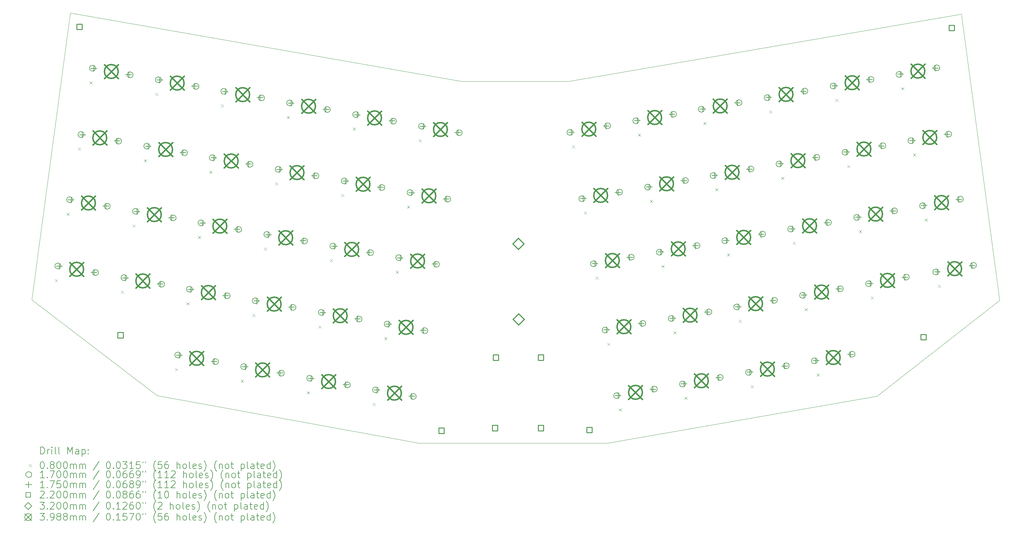
<source format=gbr>
%TF.GenerationSoftware,KiCad,Pcbnew,(6.0.7)*%
%TF.CreationDate,2022-11-08T23:53:11-08:00*%
%TF.ProjectId,Anguirus,416e6775-6972-4757-932e-6b696361645f,rev?*%
%TF.SameCoordinates,Original*%
%TF.FileFunction,Drillmap*%
%TF.FilePolarity,Positive*%
%FSLAX45Y45*%
G04 Gerber Fmt 4.5, Leading zero omitted, Abs format (unit mm)*
G04 Created by KiCad (PCBNEW (6.0.7)) date 2022-11-08 23:53:11*
%MOMM*%
%LPD*%
G01*
G04 APERTURE LIST*
%ADD10C,0.100000*%
%ADD11C,0.200000*%
%ADD12C,0.080000*%
%ADD13C,0.170000*%
%ADD14C,0.175000*%
%ADD15C,0.220000*%
%ADD16C,0.320000*%
%ADD17C,0.398780*%
G04 APERTURE END LIST*
D10*
X19400922Y-8084379D02*
X22464162Y-8084379D01*
X33777322Y-6143819D01*
X34879682Y-14388659D01*
X31348680Y-17150080D01*
X23591520Y-18501360D01*
X18166080Y-18501360D01*
X10622280Y-17129760D01*
X7020962Y-14373419D01*
X8123322Y-6108259D01*
X19400922Y-8084379D01*
D11*
D12*
X7684280Y-13777554D02*
X7764280Y-13857554D01*
X7764280Y-13777554D02*
X7684280Y-13857554D01*
X8023570Y-11867729D02*
X8103570Y-11947729D01*
X8103570Y-11867729D02*
X8023570Y-11947729D01*
X8349367Y-9990788D02*
X8429367Y-10070788D01*
X8429367Y-9990788D02*
X8349367Y-10070788D01*
X8681339Y-8078827D02*
X8761339Y-8158827D01*
X8761339Y-8078827D02*
X8681339Y-8158827D01*
X9587669Y-14114018D02*
X9667669Y-14194018D01*
X9667669Y-14114018D02*
X9587669Y-14194018D01*
X9919641Y-12202057D02*
X9999641Y-12282057D01*
X9999641Y-12202057D02*
X9919641Y-12282057D01*
X10245437Y-10325116D02*
X10325437Y-10405116D01*
X10325437Y-10325116D02*
X10245437Y-10405116D01*
X10577409Y-8413155D02*
X10657409Y-8493155D01*
X10657409Y-8413155D02*
X10577409Y-8493155D01*
X11139405Y-16342652D02*
X11219405Y-16422652D01*
X11219405Y-16342652D02*
X11139405Y-16422652D01*
X11473733Y-14446581D02*
X11553733Y-14526581D01*
X11553733Y-14446581D02*
X11473733Y-14526581D01*
X11805705Y-12534621D02*
X11885705Y-12614621D01*
X11885705Y-12534621D02*
X11805705Y-12614621D01*
X12131502Y-10657680D02*
X12211502Y-10737680D01*
X12211502Y-10657680D02*
X12131502Y-10737680D01*
X12463474Y-8745719D02*
X12543474Y-8825719D01*
X12543474Y-8745719D02*
X12463474Y-8825719D01*
X13035475Y-16676980D02*
X13115475Y-16756980D01*
X13115475Y-16676980D02*
X13035475Y-16756980D01*
X13369803Y-14780910D02*
X13449803Y-14860910D01*
X13449803Y-14780910D02*
X13369803Y-14860910D01*
X13701775Y-12868949D02*
X13781775Y-12948949D01*
X13781775Y-12868949D02*
X13701775Y-12948949D01*
X14027572Y-10992008D02*
X14107572Y-11072008D01*
X14107572Y-10992008D02*
X14027572Y-11072008D01*
X14359544Y-9080048D02*
X14439544Y-9160048D01*
X14439544Y-9080048D02*
X14359544Y-9160048D01*
X14936548Y-17012190D02*
X15016548Y-17092190D01*
X15016548Y-17012190D02*
X14936548Y-17092190D01*
X15270876Y-15116120D02*
X15350876Y-15196120D01*
X15350876Y-15116120D02*
X15270876Y-15196120D01*
X15602848Y-13204160D02*
X15682848Y-13284160D01*
X15682848Y-13204160D02*
X15602848Y-13284160D01*
X15928645Y-11327219D02*
X16008645Y-11407219D01*
X16008645Y-11327219D02*
X15928645Y-11407219D01*
X16260617Y-9415258D02*
X16340617Y-9495258D01*
X16340617Y-9415258D02*
X16260617Y-9495258D01*
X16832618Y-17346519D02*
X16912618Y-17426519D01*
X16912618Y-17346519D02*
X16832618Y-17426519D01*
X17166946Y-15450449D02*
X17246946Y-15530449D01*
X17246946Y-15450449D02*
X17166946Y-15530449D01*
X17498918Y-13538488D02*
X17578918Y-13618488D01*
X17578918Y-13538488D02*
X17498918Y-13618488D01*
X17824715Y-11661547D02*
X17904715Y-11741547D01*
X17904715Y-11661547D02*
X17824715Y-11741547D01*
X18156687Y-9749586D02*
X18236687Y-9829586D01*
X18236687Y-9749586D02*
X18156687Y-9829586D01*
X22574048Y-9920344D02*
X22654048Y-10000344D01*
X22654048Y-9920344D02*
X22574048Y-10000344D01*
X22916025Y-11830540D02*
X22996025Y-11910540D01*
X22996025Y-11830540D02*
X22916025Y-11910540D01*
X23251828Y-13705717D02*
X23331828Y-13785717D01*
X23331828Y-13705717D02*
X23251828Y-13785717D01*
X23585562Y-15613851D02*
X23665562Y-15693851D01*
X23665562Y-15613851D02*
X23585562Y-15693851D01*
X23918505Y-17504683D02*
X23998505Y-17584683D01*
X23998505Y-17504683D02*
X23918505Y-17584683D01*
X24470118Y-9586016D02*
X24550118Y-9666016D01*
X24550118Y-9586016D02*
X24470118Y-9666016D01*
X24812095Y-11496212D02*
X24892095Y-11576212D01*
X24892095Y-11496212D02*
X24812095Y-11576212D01*
X25147898Y-13371388D02*
X25227898Y-13451388D01*
X25227898Y-13371388D02*
X25147898Y-13451388D01*
X25489876Y-15281585D02*
X25569876Y-15361585D01*
X25569876Y-15281585D02*
X25489876Y-15361585D01*
X25814575Y-17170355D02*
X25894575Y-17250355D01*
X25894575Y-17170355D02*
X25814575Y-17250355D01*
X26356182Y-9253452D02*
X26436182Y-9333452D01*
X26436182Y-9253452D02*
X26356182Y-9333452D01*
X26698160Y-11163648D02*
X26778160Y-11243648D01*
X26778160Y-11163648D02*
X26698160Y-11243648D01*
X27033962Y-13038824D02*
X27113962Y-13118824D01*
X27113962Y-13038824D02*
X27033962Y-13118824D01*
X27375940Y-14949021D02*
X27455940Y-15029021D01*
X27455940Y-14949021D02*
X27375940Y-15029021D01*
X27715648Y-16835144D02*
X27795648Y-16915144D01*
X27795648Y-16835144D02*
X27715648Y-16915144D01*
X28252252Y-8919123D02*
X28332252Y-8999123D01*
X28332252Y-8919123D02*
X28252252Y-8999123D01*
X28594230Y-10829320D02*
X28674230Y-10909320D01*
X28674230Y-10829320D02*
X28594230Y-10909320D01*
X28930032Y-12704496D02*
X29010032Y-12784496D01*
X29010032Y-12704496D02*
X28930032Y-12784496D01*
X29272010Y-14614693D02*
X29352010Y-14694693D01*
X29352010Y-14614693D02*
X29272010Y-14694693D01*
X29611718Y-16500816D02*
X29691718Y-16580816D01*
X29691718Y-16500816D02*
X29611718Y-16580816D01*
X30153325Y-8583913D02*
X30233325Y-8663913D01*
X30233325Y-8583913D02*
X30153325Y-8663913D01*
X30495303Y-10494109D02*
X30575303Y-10574109D01*
X30575303Y-10494109D02*
X30495303Y-10574109D01*
X30831105Y-12369286D02*
X30911105Y-12449286D01*
X30911105Y-12369286D02*
X30831105Y-12449286D01*
X31173083Y-14279482D02*
X31253083Y-14359482D01*
X31253083Y-14279482D02*
X31173083Y-14359482D01*
X32049395Y-8249584D02*
X32129395Y-8329584D01*
X32129395Y-8249584D02*
X32049395Y-8329584D01*
X32391373Y-10159781D02*
X32471373Y-10239781D01*
X32471373Y-10159781D02*
X32391373Y-10239781D01*
X32727175Y-12034957D02*
X32807175Y-12114957D01*
X32807175Y-12034957D02*
X32727175Y-12114957D01*
X33106844Y-13941292D02*
X33186844Y-14021292D01*
X33186844Y-13941292D02*
X33106844Y-14021292D01*
D13*
X7854638Y-13399073D02*
G75*
G03*
X7854638Y-13399073I-85000J0D01*
G01*
X8193928Y-11489247D02*
G75*
G03*
X8193928Y-11489247I-85000J0D01*
G01*
X8519725Y-9612306D02*
G75*
G03*
X8519725Y-9612306I-85000J0D01*
G01*
X8851697Y-7700345D02*
G75*
G03*
X8851697Y-7700345I-85000J0D01*
G01*
X8937927Y-13590086D02*
G75*
G03*
X8937927Y-13590086I-85000J0D01*
G01*
X9277217Y-11680260D02*
G75*
G03*
X9277217Y-11680260I-85000J0D01*
G01*
X9603014Y-9803319D02*
G75*
G03*
X9603014Y-9803319I-85000J0D01*
G01*
X9758026Y-13735536D02*
G75*
G03*
X9758026Y-13735536I-85000J0D01*
G01*
X9934986Y-7891358D02*
G75*
G03*
X9934986Y-7891358I-85000J0D01*
G01*
X10089998Y-11823575D02*
G75*
G03*
X10089998Y-11823575I-85000J0D01*
G01*
X10415795Y-9946635D02*
G75*
G03*
X10415795Y-9946635I-85000J0D01*
G01*
X10747767Y-8034674D02*
G75*
G03*
X10747767Y-8034674I-85000J0D01*
G01*
X10841315Y-13926549D02*
G75*
G03*
X10841315Y-13926549I-85000J0D01*
G01*
X11173287Y-12014588D02*
G75*
G03*
X11173287Y-12014588I-85000J0D01*
G01*
X11309762Y-15964170D02*
G75*
G03*
X11309762Y-15964170I-85000J0D01*
G01*
X11499084Y-10137648D02*
G75*
G03*
X11499084Y-10137648I-85000J0D01*
G01*
X11644091Y-14068100D02*
G75*
G03*
X11644091Y-14068100I-85000J0D01*
G01*
X11831055Y-8225687D02*
G75*
G03*
X11831055Y-8225687I-85000J0D01*
G01*
X11976062Y-12156139D02*
G75*
G03*
X11976062Y-12156139I-85000J0D01*
G01*
X12301859Y-10279199D02*
G75*
G03*
X12301859Y-10279199I-85000J0D01*
G01*
X12393051Y-16155183D02*
G75*
G03*
X12393051Y-16155183I-85000J0D01*
G01*
X12633831Y-8367238D02*
G75*
G03*
X12633831Y-8367238I-85000J0D01*
G01*
X12727379Y-14259113D02*
G75*
G03*
X12727379Y-14259113I-85000J0D01*
G01*
X13059351Y-12347152D02*
G75*
G03*
X13059351Y-12347152I-85000J0D01*
G01*
X13205832Y-16298499D02*
G75*
G03*
X13205832Y-16298499I-85000J0D01*
G01*
X13385148Y-10470212D02*
G75*
G03*
X13385148Y-10470212I-85000J0D01*
G01*
X13540161Y-14402428D02*
G75*
G03*
X13540161Y-14402428I-85000J0D01*
G01*
X13717120Y-8558251D02*
G75*
G03*
X13717120Y-8558251I-85000J0D01*
G01*
X13872133Y-12490468D02*
G75*
G03*
X13872133Y-12490468I-85000J0D01*
G01*
X14197929Y-10613527D02*
G75*
G03*
X14197929Y-10613527I-85000J0D01*
G01*
X14289121Y-16489512D02*
G75*
G03*
X14289121Y-16489512I-85000J0D01*
G01*
X14529901Y-8701566D02*
G75*
G03*
X14529901Y-8701566I-85000J0D01*
G01*
X14623449Y-14593441D02*
G75*
G03*
X14623449Y-14593441I-85000J0D01*
G01*
X14955421Y-12681481D02*
G75*
G03*
X14955421Y-12681481I-85000J0D01*
G01*
X15106905Y-16633709D02*
G75*
G03*
X15106905Y-16633709I-85000J0D01*
G01*
X15281218Y-10804540D02*
G75*
G03*
X15281218Y-10804540I-85000J0D01*
G01*
X15441234Y-14737639D02*
G75*
G03*
X15441234Y-14737639I-85000J0D01*
G01*
X15613190Y-8892579D02*
G75*
G03*
X15613190Y-8892579I-85000J0D01*
G01*
X15773206Y-12825678D02*
G75*
G03*
X15773206Y-12825678I-85000J0D01*
G01*
X16099002Y-10948737D02*
G75*
G03*
X16099002Y-10948737I-85000J0D01*
G01*
X16190194Y-16824722D02*
G75*
G03*
X16190194Y-16824722I-85000J0D01*
G01*
X16430974Y-9036777D02*
G75*
G03*
X16430974Y-9036777I-85000J0D01*
G01*
X16524522Y-14928652D02*
G75*
G03*
X16524522Y-14928652I-85000J0D01*
G01*
X16856494Y-13016691D02*
G75*
G03*
X16856494Y-13016691I-85000J0D01*
G01*
X17002975Y-16968037D02*
G75*
G03*
X17002975Y-16968037I-85000J0D01*
G01*
X17182291Y-11139750D02*
G75*
G03*
X17182291Y-11139750I-85000J0D01*
G01*
X17337304Y-15071967D02*
G75*
G03*
X17337304Y-15071967I-85000J0D01*
G01*
X17514263Y-9227790D02*
G75*
G03*
X17514263Y-9227790I-85000J0D01*
G01*
X17669276Y-13160006D02*
G75*
G03*
X17669276Y-13160006I-85000J0D01*
G01*
X17995073Y-11283066D02*
G75*
G03*
X17995073Y-11283066I-85000J0D01*
G01*
X18086264Y-17159050D02*
G75*
G03*
X18086264Y-17159050I-85000J0D01*
G01*
X18327045Y-9371105D02*
G75*
G03*
X18327045Y-9371105I-85000J0D01*
G01*
X18420592Y-15262980D02*
G75*
G03*
X18420592Y-15262980I-85000J0D01*
G01*
X18752564Y-13351019D02*
G75*
G03*
X18752564Y-13351019I-85000J0D01*
G01*
X19078361Y-11474079D02*
G75*
G03*
X19078361Y-11474079I-85000J0D01*
G01*
X19410333Y-9562118D02*
G75*
G03*
X19410333Y-9562118I-85000J0D01*
G01*
X22598541Y-9551587D02*
G75*
G03*
X22598541Y-9551587I-85000J0D01*
G01*
X22940518Y-11461783D02*
G75*
G03*
X22940518Y-11461783I-85000J0D01*
G01*
X23276321Y-13336960D02*
G75*
G03*
X23276321Y-13336960I-85000J0D01*
G01*
X23610055Y-15245094D02*
G75*
G03*
X23610055Y-15245094I-85000J0D01*
G01*
X23681829Y-9360574D02*
G75*
G03*
X23681829Y-9360574I-85000J0D01*
G01*
X23942998Y-17135926D02*
G75*
G03*
X23942998Y-17135926I-85000J0D01*
G01*
X24023807Y-11270770D02*
G75*
G03*
X24023807Y-11270770I-85000J0D01*
G01*
X24359610Y-13145947D02*
G75*
G03*
X24359610Y-13145947I-85000J0D01*
G01*
X24494611Y-9217258D02*
G75*
G03*
X24494611Y-9217258I-85000J0D01*
G01*
X24693344Y-15054081D02*
G75*
G03*
X24693344Y-15054081I-85000J0D01*
G01*
X24836588Y-11127455D02*
G75*
G03*
X24836588Y-11127455I-85000J0D01*
G01*
X25026287Y-16944913D02*
G75*
G03*
X25026287Y-16944913I-85000J0D01*
G01*
X25172391Y-13002631D02*
G75*
G03*
X25172391Y-13002631I-85000J0D01*
G01*
X25514369Y-14912828D02*
G75*
G03*
X25514369Y-14912828I-85000J0D01*
G01*
X25577899Y-9026245D02*
G75*
G03*
X25577899Y-9026245I-85000J0D01*
G01*
X25839068Y-16801598D02*
G75*
G03*
X25839068Y-16801598I-85000J0D01*
G01*
X25919877Y-10936442D02*
G75*
G03*
X25919877Y-10936442I-85000J0D01*
G01*
X26255680Y-12811618D02*
G75*
G03*
X26255680Y-12811618I-85000J0D01*
G01*
X26380675Y-8884695D02*
G75*
G03*
X26380675Y-8884695I-85000J0D01*
G01*
X26597657Y-14721815D02*
G75*
G03*
X26597657Y-14721815I-85000J0D01*
G01*
X26722653Y-10794891D02*
G75*
G03*
X26722653Y-10794891I-85000J0D01*
G01*
X26922357Y-16610584D02*
G75*
G03*
X26922357Y-16610584I-85000J0D01*
G01*
X27058455Y-12670067D02*
G75*
G03*
X27058455Y-12670067I-85000J0D01*
G01*
X27400433Y-14580264D02*
G75*
G03*
X27400433Y-14580264I-85000J0D01*
G01*
X27463964Y-8693682D02*
G75*
G03*
X27463964Y-8693682I-85000J0D01*
G01*
X27740141Y-16466387D02*
G75*
G03*
X27740141Y-16466387I-85000J0D01*
G01*
X27805941Y-10603878D02*
G75*
G03*
X27805941Y-10603878I-85000J0D01*
G01*
X28141744Y-12479054D02*
G75*
G03*
X28141744Y-12479054I-85000J0D01*
G01*
X28276745Y-8550366D02*
G75*
G03*
X28276745Y-8550366I-85000J0D01*
G01*
X28483722Y-14389251D02*
G75*
G03*
X28483722Y-14389251I-85000J0D01*
G01*
X28618723Y-10460562D02*
G75*
G03*
X28618723Y-10460562I-85000J0D01*
G01*
X28823430Y-16275374D02*
G75*
G03*
X28823430Y-16275374I-85000J0D01*
G01*
X28954526Y-12335739D02*
G75*
G03*
X28954526Y-12335739I-85000J0D01*
G01*
X29296503Y-14245935D02*
G75*
G03*
X29296503Y-14245935I-85000J0D01*
G01*
X29360034Y-8359353D02*
G75*
G03*
X29360034Y-8359353I-85000J0D01*
G01*
X29636211Y-16132059D02*
G75*
G03*
X29636211Y-16132059I-85000J0D01*
G01*
X29702011Y-10269549D02*
G75*
G03*
X29702011Y-10269549I-85000J0D01*
G01*
X30037814Y-12144726D02*
G75*
G03*
X30037814Y-12144726I-85000J0D01*
G01*
X30177818Y-8215156D02*
G75*
G03*
X30177818Y-8215156I-85000J0D01*
G01*
X30379792Y-14054922D02*
G75*
G03*
X30379792Y-14054922I-85000J0D01*
G01*
X30519796Y-10125352D02*
G75*
G03*
X30519796Y-10125352I-85000J0D01*
G01*
X30719500Y-15941046D02*
G75*
G03*
X30719500Y-15941046I-85000J0D01*
G01*
X30855599Y-12000529D02*
G75*
G03*
X30855599Y-12000529I-85000J0D01*
G01*
X31197576Y-13910725D02*
G75*
G03*
X31197576Y-13910725I-85000J0D01*
G01*
X31261107Y-8024143D02*
G75*
G03*
X31261107Y-8024143I-85000J0D01*
G01*
X31603084Y-9934339D02*
G75*
G03*
X31603084Y-9934339I-85000J0D01*
G01*
X31938887Y-11809516D02*
G75*
G03*
X31938887Y-11809516I-85000J0D01*
G01*
X32073888Y-7880827D02*
G75*
G03*
X32073888Y-7880827I-85000J0D01*
G01*
X32280865Y-13719712D02*
G75*
G03*
X32280865Y-13719712I-85000J0D01*
G01*
X32415866Y-9791024D02*
G75*
G03*
X32415866Y-9791024I-85000J0D01*
G01*
X32751668Y-11666200D02*
G75*
G03*
X32751668Y-11666200I-85000J0D01*
G01*
X33131337Y-13572535D02*
G75*
G03*
X33131337Y-13572535I-85000J0D01*
G01*
X33157177Y-7689814D02*
G75*
G03*
X33157177Y-7689814I-85000J0D01*
G01*
X33499155Y-9600011D02*
G75*
G03*
X33499155Y-9600011I-85000J0D01*
G01*
X33834957Y-11475187D02*
G75*
G03*
X33834957Y-11475187I-85000J0D01*
G01*
X34214626Y-13381522D02*
G75*
G03*
X34214626Y-13381522I-85000J0D01*
G01*
D14*
X7811000Y-13318866D02*
X7811000Y-13493866D01*
X7723500Y-13406366D02*
X7898500Y-13406366D01*
X8150290Y-11409040D02*
X8150290Y-11584040D01*
X8062790Y-11496540D02*
X8237790Y-11496540D01*
X8476087Y-9532100D02*
X8476087Y-9707100D01*
X8388587Y-9619600D02*
X8563587Y-9619600D01*
X8808059Y-7620139D02*
X8808059Y-7795139D01*
X8720559Y-7707639D02*
X8895559Y-7707639D01*
X8811565Y-13495293D02*
X8811565Y-13670293D01*
X8724065Y-13582793D02*
X8899065Y-13582793D01*
X9150855Y-11585467D02*
X9150855Y-11760467D01*
X9063355Y-11672967D02*
X9238355Y-11672967D01*
X9476652Y-9708526D02*
X9476652Y-9883526D01*
X9389152Y-9796026D02*
X9564152Y-9796026D01*
X9714388Y-13655329D02*
X9714388Y-13830329D01*
X9626888Y-13742829D02*
X9801888Y-13742829D01*
X9808624Y-7796565D02*
X9808624Y-7971565D01*
X9721124Y-7884065D02*
X9896124Y-7884065D01*
X10046360Y-11743369D02*
X10046360Y-11918369D01*
X9958860Y-11830869D02*
X10133860Y-11830869D01*
X10372157Y-9866428D02*
X10372157Y-10041428D01*
X10284657Y-9953928D02*
X10459657Y-9953928D01*
X10704129Y-7954467D02*
X10704129Y-8129467D01*
X10616629Y-8041967D02*
X10791629Y-8041967D01*
X10714953Y-13831756D02*
X10714953Y-14006756D01*
X10627453Y-13919256D02*
X10802453Y-13919256D01*
X11046925Y-11919795D02*
X11046925Y-12094795D01*
X10959425Y-12007295D02*
X11134425Y-12007295D01*
X11266124Y-15883963D02*
X11266124Y-16058963D01*
X11178624Y-15971463D02*
X11353624Y-15971463D01*
X11372722Y-10042854D02*
X11372722Y-10217854D01*
X11285222Y-10130354D02*
X11460222Y-10130354D01*
X11600453Y-13987893D02*
X11600453Y-14162893D01*
X11512953Y-14075393D02*
X11687953Y-14075393D01*
X11704693Y-8130894D02*
X11704693Y-8305894D01*
X11617193Y-8218394D02*
X11792193Y-8218394D01*
X11932424Y-12075933D02*
X11932424Y-12250933D01*
X11844924Y-12163433D02*
X12019924Y-12163433D01*
X12258221Y-10198992D02*
X12258221Y-10373992D01*
X12170721Y-10286492D02*
X12345721Y-10286492D01*
X12266689Y-16060390D02*
X12266689Y-16235390D01*
X12179189Y-16147890D02*
X12354189Y-16147890D01*
X12590193Y-8287031D02*
X12590193Y-8462031D01*
X12502693Y-8374531D02*
X12677693Y-8374531D01*
X12601017Y-14164320D02*
X12601017Y-14339320D01*
X12513517Y-14251820D02*
X12688517Y-14251820D01*
X12932989Y-12252359D02*
X12932989Y-12427359D01*
X12845489Y-12339859D02*
X13020489Y-12339859D01*
X13162194Y-16218292D02*
X13162194Y-16393292D01*
X13074694Y-16305792D02*
X13249694Y-16305792D01*
X13258786Y-10375418D02*
X13258786Y-10550418D01*
X13171286Y-10462918D02*
X13346286Y-10462918D01*
X13496523Y-14322222D02*
X13496523Y-14497222D01*
X13409023Y-14409722D02*
X13584023Y-14409722D01*
X13590758Y-8463458D02*
X13590758Y-8638458D01*
X13503258Y-8550958D02*
X13678258Y-8550958D01*
X13828495Y-12410261D02*
X13828495Y-12585261D01*
X13740995Y-12497761D02*
X13915995Y-12497761D01*
X14154291Y-10533320D02*
X14154291Y-10708320D01*
X14066791Y-10620820D02*
X14241791Y-10620820D01*
X14162759Y-16394718D02*
X14162759Y-16569718D01*
X14075259Y-16482218D02*
X14250259Y-16482218D01*
X14486263Y-8621360D02*
X14486263Y-8796360D01*
X14398763Y-8708860D02*
X14573763Y-8708860D01*
X14497087Y-14498648D02*
X14497087Y-14673648D01*
X14409587Y-14586148D02*
X14584587Y-14586148D01*
X14829059Y-12586687D02*
X14829059Y-12761687D01*
X14741559Y-12674187D02*
X14916559Y-12674187D01*
X15063267Y-16553502D02*
X15063267Y-16728502D01*
X14975767Y-16641002D02*
X15150767Y-16641002D01*
X15154856Y-10709747D02*
X15154856Y-10884747D01*
X15067356Y-10797247D02*
X15242356Y-10797247D01*
X15397596Y-14657432D02*
X15397596Y-14832432D01*
X15310096Y-14744932D02*
X15485096Y-14744932D01*
X15486828Y-8797786D02*
X15486828Y-8972786D01*
X15399328Y-8885286D02*
X15574328Y-8885286D01*
X15729568Y-12745471D02*
X15729568Y-12920471D01*
X15642068Y-12832971D02*
X15817068Y-12832971D01*
X16055364Y-10868531D02*
X16055364Y-11043531D01*
X15967864Y-10956031D02*
X16142864Y-10956031D01*
X16063832Y-16729929D02*
X16063832Y-16904929D01*
X15976332Y-16817429D02*
X16151332Y-16817429D01*
X16387336Y-8956570D02*
X16387336Y-9131570D01*
X16299836Y-9044070D02*
X16474836Y-9044070D01*
X16398160Y-14833859D02*
X16398160Y-15008859D01*
X16310660Y-14921359D02*
X16485660Y-14921359D01*
X16730132Y-12921898D02*
X16730132Y-13096898D01*
X16642632Y-13009398D02*
X16817632Y-13009398D01*
X16959337Y-16887830D02*
X16959337Y-17062830D01*
X16871837Y-16975330D02*
X17046837Y-16975330D01*
X17055929Y-11044957D02*
X17055929Y-11219957D01*
X16968429Y-11132457D02*
X17143429Y-11132457D01*
X17293666Y-14991760D02*
X17293666Y-15166760D01*
X17206166Y-15079260D02*
X17381166Y-15079260D01*
X17387901Y-9132996D02*
X17387901Y-9307996D01*
X17300401Y-9220496D02*
X17475401Y-9220496D01*
X17625638Y-13079800D02*
X17625638Y-13254800D01*
X17538138Y-13167300D02*
X17713138Y-13167300D01*
X17951435Y-11202859D02*
X17951435Y-11377859D01*
X17863935Y-11290359D02*
X18038935Y-11290359D01*
X17959902Y-17064257D02*
X17959902Y-17239257D01*
X17872402Y-17151757D02*
X18047402Y-17151757D01*
X18283407Y-9290898D02*
X18283407Y-9465898D01*
X18195907Y-9378398D02*
X18370907Y-9378398D01*
X18294230Y-15168187D02*
X18294230Y-15343187D01*
X18206730Y-15255687D02*
X18381730Y-15255687D01*
X18626202Y-13256226D02*
X18626202Y-13431226D01*
X18538702Y-13343726D02*
X18713702Y-13343726D01*
X18951999Y-11379285D02*
X18951999Y-11554285D01*
X18864499Y-11466785D02*
X19039499Y-11466785D01*
X19283971Y-9467325D02*
X19283971Y-9642325D01*
X19196471Y-9554825D02*
X19371471Y-9554825D01*
X22554903Y-9456794D02*
X22554903Y-9631794D01*
X22467403Y-9544294D02*
X22642403Y-9544294D01*
X22896880Y-11366990D02*
X22896880Y-11541990D01*
X22809380Y-11454490D02*
X22984380Y-11454490D01*
X23232683Y-13242167D02*
X23232683Y-13417167D01*
X23145183Y-13329667D02*
X23320183Y-13329667D01*
X23555467Y-9280367D02*
X23555467Y-9455367D01*
X23467967Y-9367867D02*
X23642967Y-9367867D01*
X23566417Y-15150301D02*
X23566417Y-15325301D01*
X23478917Y-15237801D02*
X23653917Y-15237801D01*
X23897445Y-11190563D02*
X23897445Y-11365563D01*
X23809945Y-11278063D02*
X23984945Y-11278063D01*
X23899360Y-17041133D02*
X23899360Y-17216133D01*
X23811860Y-17128633D02*
X23986860Y-17128633D01*
X24233248Y-13065740D02*
X24233248Y-13240740D01*
X24145748Y-13153240D02*
X24320748Y-13153240D01*
X24450973Y-9122465D02*
X24450973Y-9297465D01*
X24363473Y-9209965D02*
X24538473Y-9209965D01*
X24566982Y-14973874D02*
X24566982Y-15148874D01*
X24479482Y-15061374D02*
X24654482Y-15061374D01*
X24792950Y-11032662D02*
X24792950Y-11207662D01*
X24705450Y-11120162D02*
X24880450Y-11120162D01*
X24899925Y-16864706D02*
X24899925Y-17039706D01*
X24812425Y-16952206D02*
X24987425Y-16952206D01*
X25128753Y-12907838D02*
X25128753Y-13082838D01*
X25041253Y-12995338D02*
X25216253Y-12995338D01*
X25451537Y-8946039D02*
X25451537Y-9121039D01*
X25364037Y-9033539D02*
X25539037Y-9033539D01*
X25470731Y-14818035D02*
X25470731Y-14993035D01*
X25383231Y-14905535D02*
X25558231Y-14905535D01*
X25793515Y-10856235D02*
X25793515Y-11031235D01*
X25706015Y-10943735D02*
X25881015Y-10943735D01*
X25795430Y-16706804D02*
X25795430Y-16881804D01*
X25707930Y-16794304D02*
X25882930Y-16794304D01*
X26129318Y-12731412D02*
X26129318Y-12906412D01*
X26041818Y-12818912D02*
X26216818Y-12818912D01*
X26337037Y-8789901D02*
X26337037Y-8964901D01*
X26249537Y-8877401D02*
X26424537Y-8877401D01*
X26471295Y-14641608D02*
X26471295Y-14816608D01*
X26383795Y-14729108D02*
X26558795Y-14729108D01*
X26679015Y-10700098D02*
X26679015Y-10875098D01*
X26591515Y-10787598D02*
X26766515Y-10787598D01*
X26795995Y-16530378D02*
X26795995Y-16705378D01*
X26708495Y-16617878D02*
X26883495Y-16617878D01*
X27014817Y-12575274D02*
X27014817Y-12750274D01*
X26927317Y-12662774D02*
X27102317Y-12662774D01*
X27337602Y-8613475D02*
X27337602Y-8788475D01*
X27250102Y-8700975D02*
X27425102Y-8700975D01*
X27356795Y-14485471D02*
X27356795Y-14660471D01*
X27269295Y-14572971D02*
X27444295Y-14572971D01*
X27679579Y-10523671D02*
X27679579Y-10698671D01*
X27592079Y-10611171D02*
X27767079Y-10611171D01*
X27696503Y-16371594D02*
X27696503Y-16546594D01*
X27609003Y-16459094D02*
X27784003Y-16459094D01*
X28015382Y-12398847D02*
X28015382Y-12573847D01*
X27927882Y-12486347D02*
X28102882Y-12486347D01*
X28233107Y-8455573D02*
X28233107Y-8630573D01*
X28145607Y-8543073D02*
X28320607Y-8543073D01*
X28357360Y-14309044D02*
X28357360Y-14484044D01*
X28269860Y-14396544D02*
X28444860Y-14396544D01*
X28575085Y-10365769D02*
X28575085Y-10540769D01*
X28487585Y-10453269D02*
X28662585Y-10453269D01*
X28697068Y-16195167D02*
X28697068Y-16370167D01*
X28609568Y-16282667D02*
X28784568Y-16282667D01*
X28910888Y-12240946D02*
X28910888Y-12415946D01*
X28823388Y-12328446D02*
X28998388Y-12328446D01*
X29233672Y-8279146D02*
X29233672Y-8454146D01*
X29146172Y-8366646D02*
X29321172Y-8366646D01*
X29252865Y-14151142D02*
X29252865Y-14326142D01*
X29165365Y-14238642D02*
X29340365Y-14238642D01*
X29575649Y-10189343D02*
X29575649Y-10364343D01*
X29488149Y-10276843D02*
X29663149Y-10276843D01*
X29592573Y-16037265D02*
X29592573Y-16212265D01*
X29505073Y-16124765D02*
X29680073Y-16124765D01*
X29911452Y-12064519D02*
X29911452Y-12239519D01*
X29823952Y-12152019D02*
X29998952Y-12152019D01*
X30134180Y-8120362D02*
X30134180Y-8295362D01*
X30046680Y-8207862D02*
X30221680Y-8207862D01*
X30253430Y-13974716D02*
X30253430Y-14149716D01*
X30165930Y-14062216D02*
X30340930Y-14062216D01*
X30476158Y-10030559D02*
X30476158Y-10205559D01*
X30388658Y-10118059D02*
X30563658Y-10118059D01*
X30593138Y-15860839D02*
X30593138Y-16035839D01*
X30505638Y-15948339D02*
X30680638Y-15948339D01*
X30811961Y-11905735D02*
X30811961Y-12080735D01*
X30724461Y-11993235D02*
X30899461Y-11993235D01*
X31134745Y-7943936D02*
X31134745Y-8118936D01*
X31047245Y-8031436D02*
X31222245Y-8031436D01*
X31153938Y-13815932D02*
X31153938Y-13990932D01*
X31066438Y-13903432D02*
X31241438Y-13903432D01*
X31476722Y-9854132D02*
X31476722Y-10029132D01*
X31389222Y-9941632D02*
X31564222Y-9941632D01*
X31812525Y-11729309D02*
X31812525Y-11904309D01*
X31725025Y-11816809D02*
X31900025Y-11816809D01*
X32030250Y-7786034D02*
X32030250Y-7961034D01*
X31942750Y-7873534D02*
X32117750Y-7873534D01*
X32154503Y-13639505D02*
X32154503Y-13814505D01*
X32067003Y-13727005D02*
X32242003Y-13727005D01*
X32372228Y-9696231D02*
X32372228Y-9871231D01*
X32284728Y-9783731D02*
X32459728Y-9783731D01*
X32708030Y-11571407D02*
X32708030Y-11746407D01*
X32620530Y-11658907D02*
X32795530Y-11658907D01*
X33030815Y-7609607D02*
X33030815Y-7784607D01*
X32943315Y-7697107D02*
X33118315Y-7697107D01*
X33087699Y-13477742D02*
X33087699Y-13652742D01*
X33000199Y-13565242D02*
X33175199Y-13565242D01*
X33372793Y-9519804D02*
X33372793Y-9694804D01*
X33285293Y-9607304D02*
X33460293Y-9607304D01*
X33708595Y-11394980D02*
X33708595Y-11569980D01*
X33621095Y-11482480D02*
X33796095Y-11482480D01*
X34088264Y-13301315D02*
X34088264Y-13476315D01*
X34000764Y-13388815D02*
X34175764Y-13388815D01*
D15*
X8465265Y-6582282D02*
X8465265Y-6426717D01*
X8309700Y-6426717D01*
X8309700Y-6582282D01*
X8465265Y-6582282D01*
X9649182Y-15469660D02*
X9649182Y-15314095D01*
X9493617Y-15314095D01*
X9493617Y-15469660D01*
X9649182Y-15469660D01*
X18889023Y-18223543D02*
X18889023Y-18067978D01*
X18733458Y-18067978D01*
X18733458Y-18223543D01*
X18889023Y-18223543D01*
X20428665Y-18146902D02*
X20428665Y-17991337D01*
X20273100Y-17991337D01*
X20273100Y-18146902D01*
X20428665Y-18146902D01*
X20454065Y-16114902D02*
X20454065Y-15959337D01*
X20298500Y-15959337D01*
X20298500Y-16114902D01*
X20454065Y-16114902D01*
X21749465Y-16114902D02*
X21749465Y-15959337D01*
X21593900Y-15959337D01*
X21593900Y-16114902D01*
X21749465Y-16114902D01*
X21749465Y-18146902D02*
X21749465Y-17991337D01*
X21593900Y-17991337D01*
X21593900Y-18146902D01*
X21749465Y-18146902D01*
X23151142Y-18203223D02*
X23151142Y-18047658D01*
X22995577Y-18047658D01*
X22995577Y-18203223D01*
X23151142Y-18203223D01*
X32767985Y-15528162D02*
X32767985Y-15372597D01*
X32612420Y-15372597D01*
X32612420Y-15528162D01*
X32767985Y-15528162D01*
X33580785Y-6617842D02*
X33580785Y-6462277D01*
X33425220Y-6462277D01*
X33425220Y-6617842D01*
X33580785Y-6617842D01*
D16*
X21031602Y-12923059D02*
X21191602Y-12763059D01*
X21031602Y-12603059D01*
X20871602Y-12763059D01*
X21031602Y-12923059D01*
X21041762Y-15097299D02*
X21201762Y-14937299D01*
X21041762Y-14777299D01*
X20881762Y-14937299D01*
X21041762Y-15097299D01*
D17*
X8111892Y-13295189D02*
X8510672Y-13693969D01*
X8510672Y-13295189D02*
X8111892Y-13693969D01*
X8510672Y-13494579D02*
G75*
G03*
X8510672Y-13494579I-199390J0D01*
G01*
X8451182Y-11385364D02*
X8849962Y-11784144D01*
X8849962Y-11385364D02*
X8451182Y-11784144D01*
X8849962Y-11584754D02*
G75*
G03*
X8849962Y-11584754I-199390J0D01*
G01*
X8776979Y-9508423D02*
X9175759Y-9907203D01*
X9175759Y-9508423D02*
X8776979Y-9907203D01*
X9175759Y-9707813D02*
G75*
G03*
X9175759Y-9707813I-199390J0D01*
G01*
X9108951Y-7596462D02*
X9507731Y-7995242D01*
X9507731Y-7596462D02*
X9108951Y-7995242D01*
X9507731Y-7795852D02*
G75*
G03*
X9507731Y-7795852I-199390J0D01*
G01*
X10015281Y-13631653D02*
X10414061Y-14030433D01*
X10414061Y-13631653D02*
X10015281Y-14030433D01*
X10414061Y-13831043D02*
G75*
G03*
X10414061Y-13831043I-199390J0D01*
G01*
X10347252Y-11719692D02*
X10746032Y-12118472D01*
X10746032Y-11719692D02*
X10347252Y-12118472D01*
X10746032Y-11919082D02*
G75*
G03*
X10746032Y-11919082I-199390J0D01*
G01*
X10673049Y-9842751D02*
X11071829Y-10241531D01*
X11071829Y-9842751D02*
X10673049Y-10241531D01*
X11071829Y-10042141D02*
G75*
G03*
X11071829Y-10042141I-199390J0D01*
G01*
X11005021Y-7930790D02*
X11403801Y-8329570D01*
X11403801Y-7930790D02*
X11005021Y-8329570D01*
X11403801Y-8130180D02*
G75*
G03*
X11403801Y-8130180I-199390J0D01*
G01*
X11567017Y-15860287D02*
X11965797Y-16259067D01*
X11965797Y-15860287D02*
X11567017Y-16259067D01*
X11965797Y-16059677D02*
G75*
G03*
X11965797Y-16059677I-199390J0D01*
G01*
X11901345Y-13964217D02*
X12300125Y-14362997D01*
X12300125Y-13964217D02*
X11901345Y-14362997D01*
X12300125Y-14163607D02*
G75*
G03*
X12300125Y-14163607I-199390J0D01*
G01*
X12233317Y-12052256D02*
X12632097Y-12451036D01*
X12632097Y-12052256D02*
X12233317Y-12451036D01*
X12632097Y-12251646D02*
G75*
G03*
X12632097Y-12251646I-199390J0D01*
G01*
X12559114Y-10175315D02*
X12957894Y-10574095D01*
X12957894Y-10175315D02*
X12559114Y-10574095D01*
X12957894Y-10374705D02*
G75*
G03*
X12957894Y-10374705I-199390J0D01*
G01*
X12891086Y-8263354D02*
X13289866Y-8662135D01*
X13289866Y-8263354D02*
X12891086Y-8662135D01*
X13289866Y-8462745D02*
G75*
G03*
X13289866Y-8462745I-199390J0D01*
G01*
X13463087Y-16194615D02*
X13861867Y-16593395D01*
X13861867Y-16194615D02*
X13463087Y-16593395D01*
X13861867Y-16394005D02*
G75*
G03*
X13861867Y-16394005I-199390J0D01*
G01*
X13797415Y-14298545D02*
X14196195Y-14697325D01*
X14196195Y-14298545D02*
X13797415Y-14697325D01*
X14196195Y-14497935D02*
G75*
G03*
X14196195Y-14497935I-199390J0D01*
G01*
X14129387Y-12386584D02*
X14528167Y-12785364D01*
X14528167Y-12386584D02*
X14129387Y-12785364D01*
X14528167Y-12585974D02*
G75*
G03*
X14528167Y-12585974I-199390J0D01*
G01*
X14455184Y-10509643D02*
X14853964Y-10908423D01*
X14853964Y-10509643D02*
X14455184Y-10908423D01*
X14853964Y-10709033D02*
G75*
G03*
X14853964Y-10709033I-199390J0D01*
G01*
X14787156Y-8597683D02*
X15185936Y-8996463D01*
X15185936Y-8597683D02*
X14787156Y-8996463D01*
X15185936Y-8797073D02*
G75*
G03*
X15185936Y-8797073I-199390J0D01*
G01*
X15364160Y-16529825D02*
X15762940Y-16928605D01*
X15762940Y-16529825D02*
X15364160Y-16928605D01*
X15762940Y-16729215D02*
G75*
G03*
X15762940Y-16729215I-199390J0D01*
G01*
X15698488Y-14633755D02*
X16097268Y-15032535D01*
X16097268Y-14633755D02*
X15698488Y-15032535D01*
X16097268Y-14833145D02*
G75*
G03*
X16097268Y-14833145I-199390J0D01*
G01*
X16030460Y-12721795D02*
X16429240Y-13120575D01*
X16429240Y-12721795D02*
X16030460Y-13120575D01*
X16429240Y-12921185D02*
G75*
G03*
X16429240Y-12921185I-199390J0D01*
G01*
X16356257Y-10844854D02*
X16755037Y-11243634D01*
X16755037Y-10844854D02*
X16356257Y-11243634D01*
X16755037Y-11044244D02*
G75*
G03*
X16755037Y-11044244I-199390J0D01*
G01*
X16688229Y-8932893D02*
X17087009Y-9331673D01*
X17087009Y-8932893D02*
X16688229Y-9331673D01*
X17087009Y-9132283D02*
G75*
G03*
X17087009Y-9132283I-199390J0D01*
G01*
X17260230Y-16864154D02*
X17659010Y-17262934D01*
X17659010Y-16864154D02*
X17260230Y-17262934D01*
X17659010Y-17063544D02*
G75*
G03*
X17659010Y-17063544I-199390J0D01*
G01*
X17594558Y-14968084D02*
X17993338Y-15366864D01*
X17993338Y-14968084D02*
X17594558Y-15366864D01*
X17993338Y-15167474D02*
G75*
G03*
X17993338Y-15167474I-199390J0D01*
G01*
X17926530Y-13056123D02*
X18325310Y-13454903D01*
X18325310Y-13056123D02*
X17926530Y-13454903D01*
X18325310Y-13255513D02*
G75*
G03*
X18325310Y-13255513I-199390J0D01*
G01*
X18252327Y-11179182D02*
X18651107Y-11577962D01*
X18651107Y-11179182D02*
X18252327Y-11577962D01*
X18651107Y-11378572D02*
G75*
G03*
X18651107Y-11378572I-199390J0D01*
G01*
X18584299Y-9267221D02*
X18983079Y-9666001D01*
X18983079Y-9267221D02*
X18584299Y-9666001D01*
X18983079Y-9466611D02*
G75*
G03*
X18983079Y-9466611I-199390J0D01*
G01*
X22855795Y-9256690D02*
X23254575Y-9655470D01*
X23254575Y-9256690D02*
X22855795Y-9655470D01*
X23254575Y-9456080D02*
G75*
G03*
X23254575Y-9456080I-199390J0D01*
G01*
X23197773Y-11166887D02*
X23596553Y-11565667D01*
X23596553Y-11166887D02*
X23197773Y-11565667D01*
X23596553Y-11366277D02*
G75*
G03*
X23596553Y-11366277I-199390J0D01*
G01*
X23533575Y-13042063D02*
X23932355Y-13440843D01*
X23932355Y-13042063D02*
X23533575Y-13440843D01*
X23932355Y-13241453D02*
G75*
G03*
X23932355Y-13241453I-199390J0D01*
G01*
X23867310Y-14950198D02*
X24266090Y-15348978D01*
X24266090Y-14950198D02*
X23867310Y-15348978D01*
X24266090Y-15149588D02*
G75*
G03*
X24266090Y-15149588I-199390J0D01*
G01*
X24200252Y-16841029D02*
X24599032Y-17239809D01*
X24599032Y-16841029D02*
X24200252Y-17239809D01*
X24599032Y-17040419D02*
G75*
G03*
X24599032Y-17040419I-199390J0D01*
G01*
X24751865Y-8922362D02*
X25150645Y-9321142D01*
X25150645Y-8922362D02*
X24751865Y-9321142D01*
X25150645Y-9121752D02*
G75*
G03*
X25150645Y-9121752I-199390J0D01*
G01*
X25093843Y-10832558D02*
X25492623Y-11231338D01*
X25492623Y-10832558D02*
X25093843Y-11231338D01*
X25492623Y-11031948D02*
G75*
G03*
X25492623Y-11031948I-199390J0D01*
G01*
X25429645Y-12707735D02*
X25828425Y-13106515D01*
X25828425Y-12707735D02*
X25429645Y-13106515D01*
X25828425Y-12907125D02*
G75*
G03*
X25828425Y-12907125I-199390J0D01*
G01*
X25771623Y-14617931D02*
X26170403Y-15016711D01*
X26170403Y-14617931D02*
X25771623Y-15016711D01*
X26170403Y-14817321D02*
G75*
G03*
X26170403Y-14817321I-199390J0D01*
G01*
X26096322Y-16506701D02*
X26495102Y-16905481D01*
X26495102Y-16506701D02*
X26096322Y-16905481D01*
X26495102Y-16706091D02*
G75*
G03*
X26495102Y-16706091I-199390J0D01*
G01*
X26637930Y-8589798D02*
X27036710Y-8988578D01*
X27036710Y-8589798D02*
X26637930Y-8988578D01*
X27036710Y-8789188D02*
G75*
G03*
X27036710Y-8789188I-199390J0D01*
G01*
X26979907Y-10499994D02*
X27378687Y-10898774D01*
X27378687Y-10499994D02*
X26979907Y-10898774D01*
X27378687Y-10699384D02*
G75*
G03*
X27378687Y-10699384I-199390J0D01*
G01*
X27315710Y-12375171D02*
X27714490Y-12773951D01*
X27714490Y-12375171D02*
X27315710Y-12773951D01*
X27714490Y-12574561D02*
G75*
G03*
X27714490Y-12574561I-199390J0D01*
G01*
X27657687Y-14285367D02*
X28056467Y-14684147D01*
X28056467Y-14285367D02*
X27657687Y-14684147D01*
X28056467Y-14484757D02*
G75*
G03*
X28056467Y-14484757I-199390J0D01*
G01*
X27997395Y-16171490D02*
X28396175Y-16570270D01*
X28396175Y-16171490D02*
X27997395Y-16570270D01*
X28396175Y-16370880D02*
G75*
G03*
X28396175Y-16370880I-199390J0D01*
G01*
X28534000Y-8255470D02*
X28932780Y-8654250D01*
X28932780Y-8255470D02*
X28534000Y-8654250D01*
X28932780Y-8454860D02*
G75*
G03*
X28932780Y-8454860I-199390J0D01*
G01*
X28875977Y-10165666D02*
X29274757Y-10564446D01*
X29274757Y-10165666D02*
X28875977Y-10564446D01*
X29274757Y-10365056D02*
G75*
G03*
X29274757Y-10365056I-199390J0D01*
G01*
X29211780Y-12040842D02*
X29610560Y-12439622D01*
X29610560Y-12040842D02*
X29211780Y-12439622D01*
X29610560Y-12240232D02*
G75*
G03*
X29610560Y-12240232I-199390J0D01*
G01*
X29553757Y-13951039D02*
X29952537Y-14349819D01*
X29952537Y-13951039D02*
X29553757Y-14349819D01*
X29952537Y-14150429D02*
G75*
G03*
X29952537Y-14150429I-199390J0D01*
G01*
X29893465Y-15837162D02*
X30292245Y-16235942D01*
X30292245Y-15837162D02*
X29893465Y-16235942D01*
X30292245Y-16036552D02*
G75*
G03*
X30292245Y-16036552I-199390J0D01*
G01*
X30435073Y-7920259D02*
X30833853Y-8319039D01*
X30833853Y-7920259D02*
X30435073Y-8319039D01*
X30833853Y-8119649D02*
G75*
G03*
X30833853Y-8119649I-199390J0D01*
G01*
X30777050Y-9830456D02*
X31175830Y-10229236D01*
X31175830Y-9830456D02*
X30777050Y-10229236D01*
X31175830Y-10029846D02*
G75*
G03*
X31175830Y-10029846I-199390J0D01*
G01*
X31112853Y-11705632D02*
X31511633Y-12104412D01*
X31511633Y-11705632D02*
X31112853Y-12104412D01*
X31511633Y-11905022D02*
G75*
G03*
X31511633Y-11905022I-199390J0D01*
G01*
X31454830Y-13615829D02*
X31853610Y-14014609D01*
X31853610Y-13615829D02*
X31454830Y-14014609D01*
X31853610Y-13815219D02*
G75*
G03*
X31853610Y-13815219I-199390J0D01*
G01*
X32331143Y-7585931D02*
X32729923Y-7984711D01*
X32729923Y-7585931D02*
X32331143Y-7984711D01*
X32729923Y-7785321D02*
G75*
G03*
X32729923Y-7785321I-199390J0D01*
G01*
X32673120Y-9496127D02*
X33071900Y-9894907D01*
X33071900Y-9496127D02*
X32673120Y-9894907D01*
X33071900Y-9695517D02*
G75*
G03*
X33071900Y-9695517I-199390J0D01*
G01*
X33008923Y-11371304D02*
X33407703Y-11770084D01*
X33407703Y-11371304D02*
X33008923Y-11770084D01*
X33407703Y-11570694D02*
G75*
G03*
X33407703Y-11570694I-199390J0D01*
G01*
X33388591Y-13277639D02*
X33787371Y-13676419D01*
X33787371Y-13277639D02*
X33388591Y-13676419D01*
X33787371Y-13477029D02*
G75*
G03*
X33787371Y-13477029I-199390J0D01*
G01*
D11*
X7273581Y-18816836D02*
X7273581Y-18616836D01*
X7321200Y-18616836D01*
X7349772Y-18626360D01*
X7368819Y-18645408D01*
X7378343Y-18664455D01*
X7387867Y-18702550D01*
X7387867Y-18731122D01*
X7378343Y-18769217D01*
X7368819Y-18788265D01*
X7349772Y-18807312D01*
X7321200Y-18816836D01*
X7273581Y-18816836D01*
X7473581Y-18816836D02*
X7473581Y-18683503D01*
X7473581Y-18721598D02*
X7483105Y-18702550D01*
X7492629Y-18693027D01*
X7511677Y-18683503D01*
X7530724Y-18683503D01*
X7597391Y-18816836D02*
X7597391Y-18683503D01*
X7597391Y-18616836D02*
X7587867Y-18626360D01*
X7597391Y-18635884D01*
X7606915Y-18626360D01*
X7597391Y-18616836D01*
X7597391Y-18635884D01*
X7721200Y-18816836D02*
X7702153Y-18807312D01*
X7692629Y-18788265D01*
X7692629Y-18616836D01*
X7825962Y-18816836D02*
X7806915Y-18807312D01*
X7797391Y-18788265D01*
X7797391Y-18616836D01*
X8054534Y-18816836D02*
X8054534Y-18616836D01*
X8121200Y-18759693D01*
X8187867Y-18616836D01*
X8187867Y-18816836D01*
X8368819Y-18816836D02*
X8368819Y-18712074D01*
X8359296Y-18693027D01*
X8340248Y-18683503D01*
X8302153Y-18683503D01*
X8283105Y-18693027D01*
X8368819Y-18807312D02*
X8349772Y-18816836D01*
X8302153Y-18816836D01*
X8283105Y-18807312D01*
X8273581Y-18788265D01*
X8273581Y-18769217D01*
X8283105Y-18750170D01*
X8302153Y-18740646D01*
X8349772Y-18740646D01*
X8368819Y-18731122D01*
X8464058Y-18683503D02*
X8464058Y-18883503D01*
X8464058Y-18693027D02*
X8483105Y-18683503D01*
X8521200Y-18683503D01*
X8540248Y-18693027D01*
X8549772Y-18702550D01*
X8559296Y-18721598D01*
X8559296Y-18778741D01*
X8549772Y-18797789D01*
X8540248Y-18807312D01*
X8521200Y-18816836D01*
X8483105Y-18816836D01*
X8464058Y-18807312D01*
X8645010Y-18797789D02*
X8654534Y-18807312D01*
X8645010Y-18816836D01*
X8635486Y-18807312D01*
X8645010Y-18797789D01*
X8645010Y-18816836D01*
X8645010Y-18693027D02*
X8654534Y-18702550D01*
X8645010Y-18712074D01*
X8635486Y-18702550D01*
X8645010Y-18693027D01*
X8645010Y-18712074D01*
D12*
X6935962Y-19106360D02*
X7015962Y-19186360D01*
X7015962Y-19106360D02*
X6935962Y-19186360D01*
D11*
X7311677Y-19036836D02*
X7330724Y-19036836D01*
X7349772Y-19046360D01*
X7359296Y-19055884D01*
X7368819Y-19074931D01*
X7378343Y-19113027D01*
X7378343Y-19160646D01*
X7368819Y-19198741D01*
X7359296Y-19217789D01*
X7349772Y-19227312D01*
X7330724Y-19236836D01*
X7311677Y-19236836D01*
X7292629Y-19227312D01*
X7283105Y-19217789D01*
X7273581Y-19198741D01*
X7264058Y-19160646D01*
X7264058Y-19113027D01*
X7273581Y-19074931D01*
X7283105Y-19055884D01*
X7292629Y-19046360D01*
X7311677Y-19036836D01*
X7464058Y-19217789D02*
X7473581Y-19227312D01*
X7464058Y-19236836D01*
X7454534Y-19227312D01*
X7464058Y-19217789D01*
X7464058Y-19236836D01*
X7587867Y-19122550D02*
X7568819Y-19113027D01*
X7559296Y-19103503D01*
X7549772Y-19084455D01*
X7549772Y-19074931D01*
X7559296Y-19055884D01*
X7568819Y-19046360D01*
X7587867Y-19036836D01*
X7625962Y-19036836D01*
X7645010Y-19046360D01*
X7654534Y-19055884D01*
X7664058Y-19074931D01*
X7664058Y-19084455D01*
X7654534Y-19103503D01*
X7645010Y-19113027D01*
X7625962Y-19122550D01*
X7587867Y-19122550D01*
X7568819Y-19132074D01*
X7559296Y-19141598D01*
X7549772Y-19160646D01*
X7549772Y-19198741D01*
X7559296Y-19217789D01*
X7568819Y-19227312D01*
X7587867Y-19236836D01*
X7625962Y-19236836D01*
X7645010Y-19227312D01*
X7654534Y-19217789D01*
X7664058Y-19198741D01*
X7664058Y-19160646D01*
X7654534Y-19141598D01*
X7645010Y-19132074D01*
X7625962Y-19122550D01*
X7787867Y-19036836D02*
X7806915Y-19036836D01*
X7825962Y-19046360D01*
X7835486Y-19055884D01*
X7845010Y-19074931D01*
X7854534Y-19113027D01*
X7854534Y-19160646D01*
X7845010Y-19198741D01*
X7835486Y-19217789D01*
X7825962Y-19227312D01*
X7806915Y-19236836D01*
X7787867Y-19236836D01*
X7768819Y-19227312D01*
X7759296Y-19217789D01*
X7749772Y-19198741D01*
X7740248Y-19160646D01*
X7740248Y-19113027D01*
X7749772Y-19074931D01*
X7759296Y-19055884D01*
X7768819Y-19046360D01*
X7787867Y-19036836D01*
X7978343Y-19036836D02*
X7997391Y-19036836D01*
X8016438Y-19046360D01*
X8025962Y-19055884D01*
X8035486Y-19074931D01*
X8045010Y-19113027D01*
X8045010Y-19160646D01*
X8035486Y-19198741D01*
X8025962Y-19217789D01*
X8016438Y-19227312D01*
X7997391Y-19236836D01*
X7978343Y-19236836D01*
X7959296Y-19227312D01*
X7949772Y-19217789D01*
X7940248Y-19198741D01*
X7930724Y-19160646D01*
X7930724Y-19113027D01*
X7940248Y-19074931D01*
X7949772Y-19055884D01*
X7959296Y-19046360D01*
X7978343Y-19036836D01*
X8130724Y-19236836D02*
X8130724Y-19103503D01*
X8130724Y-19122550D02*
X8140248Y-19113027D01*
X8159296Y-19103503D01*
X8187867Y-19103503D01*
X8206915Y-19113027D01*
X8216438Y-19132074D01*
X8216438Y-19236836D01*
X8216438Y-19132074D02*
X8225962Y-19113027D01*
X8245010Y-19103503D01*
X8273581Y-19103503D01*
X8292629Y-19113027D01*
X8302153Y-19132074D01*
X8302153Y-19236836D01*
X8397391Y-19236836D02*
X8397391Y-19103503D01*
X8397391Y-19122550D02*
X8406915Y-19113027D01*
X8425962Y-19103503D01*
X8454534Y-19103503D01*
X8473581Y-19113027D01*
X8483105Y-19132074D01*
X8483105Y-19236836D01*
X8483105Y-19132074D02*
X8492629Y-19113027D01*
X8511677Y-19103503D01*
X8540248Y-19103503D01*
X8559296Y-19113027D01*
X8568820Y-19132074D01*
X8568820Y-19236836D01*
X8959296Y-19027312D02*
X8787867Y-19284455D01*
X9216439Y-19036836D02*
X9235486Y-19036836D01*
X9254534Y-19046360D01*
X9264058Y-19055884D01*
X9273581Y-19074931D01*
X9283105Y-19113027D01*
X9283105Y-19160646D01*
X9273581Y-19198741D01*
X9264058Y-19217789D01*
X9254534Y-19227312D01*
X9235486Y-19236836D01*
X9216439Y-19236836D01*
X9197391Y-19227312D01*
X9187867Y-19217789D01*
X9178343Y-19198741D01*
X9168820Y-19160646D01*
X9168820Y-19113027D01*
X9178343Y-19074931D01*
X9187867Y-19055884D01*
X9197391Y-19046360D01*
X9216439Y-19036836D01*
X9368820Y-19217789D02*
X9378343Y-19227312D01*
X9368820Y-19236836D01*
X9359296Y-19227312D01*
X9368820Y-19217789D01*
X9368820Y-19236836D01*
X9502153Y-19036836D02*
X9521200Y-19036836D01*
X9540248Y-19046360D01*
X9549772Y-19055884D01*
X9559296Y-19074931D01*
X9568820Y-19113027D01*
X9568820Y-19160646D01*
X9559296Y-19198741D01*
X9549772Y-19217789D01*
X9540248Y-19227312D01*
X9521200Y-19236836D01*
X9502153Y-19236836D01*
X9483105Y-19227312D01*
X9473581Y-19217789D01*
X9464058Y-19198741D01*
X9454534Y-19160646D01*
X9454534Y-19113027D01*
X9464058Y-19074931D01*
X9473581Y-19055884D01*
X9483105Y-19046360D01*
X9502153Y-19036836D01*
X9635486Y-19036836D02*
X9759296Y-19036836D01*
X9692629Y-19113027D01*
X9721200Y-19113027D01*
X9740248Y-19122550D01*
X9749772Y-19132074D01*
X9759296Y-19151122D01*
X9759296Y-19198741D01*
X9749772Y-19217789D01*
X9740248Y-19227312D01*
X9721200Y-19236836D01*
X9664058Y-19236836D01*
X9645010Y-19227312D01*
X9635486Y-19217789D01*
X9949772Y-19236836D02*
X9835486Y-19236836D01*
X9892629Y-19236836D02*
X9892629Y-19036836D01*
X9873581Y-19065408D01*
X9854534Y-19084455D01*
X9835486Y-19093979D01*
X10130724Y-19036836D02*
X10035486Y-19036836D01*
X10025962Y-19132074D01*
X10035486Y-19122550D01*
X10054534Y-19113027D01*
X10102153Y-19113027D01*
X10121200Y-19122550D01*
X10130724Y-19132074D01*
X10140248Y-19151122D01*
X10140248Y-19198741D01*
X10130724Y-19217789D01*
X10121200Y-19227312D01*
X10102153Y-19236836D01*
X10054534Y-19236836D01*
X10035486Y-19227312D01*
X10025962Y-19217789D01*
X10216439Y-19036836D02*
X10216439Y-19074931D01*
X10292629Y-19036836D02*
X10292629Y-19074931D01*
X10587867Y-19313027D02*
X10578343Y-19303503D01*
X10559296Y-19274931D01*
X10549772Y-19255884D01*
X10540248Y-19227312D01*
X10530724Y-19179693D01*
X10530724Y-19141598D01*
X10540248Y-19093979D01*
X10549772Y-19065408D01*
X10559296Y-19046360D01*
X10578343Y-19017789D01*
X10587867Y-19008265D01*
X10759296Y-19036836D02*
X10664058Y-19036836D01*
X10654534Y-19132074D01*
X10664058Y-19122550D01*
X10683105Y-19113027D01*
X10730724Y-19113027D01*
X10749772Y-19122550D01*
X10759296Y-19132074D01*
X10768820Y-19151122D01*
X10768820Y-19198741D01*
X10759296Y-19217789D01*
X10749772Y-19227312D01*
X10730724Y-19236836D01*
X10683105Y-19236836D01*
X10664058Y-19227312D01*
X10654534Y-19217789D01*
X10940248Y-19036836D02*
X10902153Y-19036836D01*
X10883105Y-19046360D01*
X10873581Y-19055884D01*
X10854534Y-19084455D01*
X10845010Y-19122550D01*
X10845010Y-19198741D01*
X10854534Y-19217789D01*
X10864058Y-19227312D01*
X10883105Y-19236836D01*
X10921200Y-19236836D01*
X10940248Y-19227312D01*
X10949772Y-19217789D01*
X10959296Y-19198741D01*
X10959296Y-19151122D01*
X10949772Y-19132074D01*
X10940248Y-19122550D01*
X10921200Y-19113027D01*
X10883105Y-19113027D01*
X10864058Y-19122550D01*
X10854534Y-19132074D01*
X10845010Y-19151122D01*
X11197391Y-19236836D02*
X11197391Y-19036836D01*
X11283105Y-19236836D02*
X11283105Y-19132074D01*
X11273581Y-19113027D01*
X11254534Y-19103503D01*
X11225962Y-19103503D01*
X11206915Y-19113027D01*
X11197391Y-19122550D01*
X11406915Y-19236836D02*
X11387867Y-19227312D01*
X11378343Y-19217789D01*
X11368819Y-19198741D01*
X11368819Y-19141598D01*
X11378343Y-19122550D01*
X11387867Y-19113027D01*
X11406915Y-19103503D01*
X11435486Y-19103503D01*
X11454534Y-19113027D01*
X11464058Y-19122550D01*
X11473581Y-19141598D01*
X11473581Y-19198741D01*
X11464058Y-19217789D01*
X11454534Y-19227312D01*
X11435486Y-19236836D01*
X11406915Y-19236836D01*
X11587867Y-19236836D02*
X11568819Y-19227312D01*
X11559296Y-19208265D01*
X11559296Y-19036836D01*
X11740248Y-19227312D02*
X11721200Y-19236836D01*
X11683105Y-19236836D01*
X11664058Y-19227312D01*
X11654534Y-19208265D01*
X11654534Y-19132074D01*
X11664058Y-19113027D01*
X11683105Y-19103503D01*
X11721200Y-19103503D01*
X11740248Y-19113027D01*
X11749772Y-19132074D01*
X11749772Y-19151122D01*
X11654534Y-19170170D01*
X11825962Y-19227312D02*
X11845010Y-19236836D01*
X11883105Y-19236836D01*
X11902153Y-19227312D01*
X11911677Y-19208265D01*
X11911677Y-19198741D01*
X11902153Y-19179693D01*
X11883105Y-19170170D01*
X11854534Y-19170170D01*
X11835486Y-19160646D01*
X11825962Y-19141598D01*
X11825962Y-19132074D01*
X11835486Y-19113027D01*
X11854534Y-19103503D01*
X11883105Y-19103503D01*
X11902153Y-19113027D01*
X11978343Y-19313027D02*
X11987867Y-19303503D01*
X12006915Y-19274931D01*
X12016438Y-19255884D01*
X12025962Y-19227312D01*
X12035486Y-19179693D01*
X12035486Y-19141598D01*
X12025962Y-19093979D01*
X12016438Y-19065408D01*
X12006915Y-19046360D01*
X11987867Y-19017789D01*
X11978343Y-19008265D01*
X12340248Y-19313027D02*
X12330724Y-19303503D01*
X12311677Y-19274931D01*
X12302153Y-19255884D01*
X12292629Y-19227312D01*
X12283105Y-19179693D01*
X12283105Y-19141598D01*
X12292629Y-19093979D01*
X12302153Y-19065408D01*
X12311677Y-19046360D01*
X12330724Y-19017789D01*
X12340248Y-19008265D01*
X12416438Y-19103503D02*
X12416438Y-19236836D01*
X12416438Y-19122550D02*
X12425962Y-19113027D01*
X12445010Y-19103503D01*
X12473581Y-19103503D01*
X12492629Y-19113027D01*
X12502153Y-19132074D01*
X12502153Y-19236836D01*
X12625962Y-19236836D02*
X12606915Y-19227312D01*
X12597391Y-19217789D01*
X12587867Y-19198741D01*
X12587867Y-19141598D01*
X12597391Y-19122550D01*
X12606915Y-19113027D01*
X12625962Y-19103503D01*
X12654534Y-19103503D01*
X12673581Y-19113027D01*
X12683105Y-19122550D01*
X12692629Y-19141598D01*
X12692629Y-19198741D01*
X12683105Y-19217789D01*
X12673581Y-19227312D01*
X12654534Y-19236836D01*
X12625962Y-19236836D01*
X12749772Y-19103503D02*
X12825962Y-19103503D01*
X12778343Y-19036836D02*
X12778343Y-19208265D01*
X12787867Y-19227312D01*
X12806915Y-19236836D01*
X12825962Y-19236836D01*
X13045010Y-19103503D02*
X13045010Y-19303503D01*
X13045010Y-19113027D02*
X13064058Y-19103503D01*
X13102153Y-19103503D01*
X13121200Y-19113027D01*
X13130724Y-19122550D01*
X13140248Y-19141598D01*
X13140248Y-19198741D01*
X13130724Y-19217789D01*
X13121200Y-19227312D01*
X13102153Y-19236836D01*
X13064058Y-19236836D01*
X13045010Y-19227312D01*
X13254534Y-19236836D02*
X13235486Y-19227312D01*
X13225962Y-19208265D01*
X13225962Y-19036836D01*
X13416438Y-19236836D02*
X13416438Y-19132074D01*
X13406915Y-19113027D01*
X13387867Y-19103503D01*
X13349772Y-19103503D01*
X13330724Y-19113027D01*
X13416438Y-19227312D02*
X13397391Y-19236836D01*
X13349772Y-19236836D01*
X13330724Y-19227312D01*
X13321200Y-19208265D01*
X13321200Y-19189217D01*
X13330724Y-19170170D01*
X13349772Y-19160646D01*
X13397391Y-19160646D01*
X13416438Y-19151122D01*
X13483105Y-19103503D02*
X13559296Y-19103503D01*
X13511677Y-19036836D02*
X13511677Y-19208265D01*
X13521200Y-19227312D01*
X13540248Y-19236836D01*
X13559296Y-19236836D01*
X13702153Y-19227312D02*
X13683105Y-19236836D01*
X13645010Y-19236836D01*
X13625962Y-19227312D01*
X13616438Y-19208265D01*
X13616438Y-19132074D01*
X13625962Y-19113027D01*
X13645010Y-19103503D01*
X13683105Y-19103503D01*
X13702153Y-19113027D01*
X13711677Y-19132074D01*
X13711677Y-19151122D01*
X13616438Y-19170170D01*
X13883105Y-19236836D02*
X13883105Y-19036836D01*
X13883105Y-19227312D02*
X13864058Y-19236836D01*
X13825962Y-19236836D01*
X13806915Y-19227312D01*
X13797391Y-19217789D01*
X13787867Y-19198741D01*
X13787867Y-19141598D01*
X13797391Y-19122550D01*
X13806915Y-19113027D01*
X13825962Y-19103503D01*
X13864058Y-19103503D01*
X13883105Y-19113027D01*
X13959296Y-19313027D02*
X13968819Y-19303503D01*
X13987867Y-19274931D01*
X13997391Y-19255884D01*
X14006915Y-19227312D01*
X14016438Y-19179693D01*
X14016438Y-19141598D01*
X14006915Y-19093979D01*
X13997391Y-19065408D01*
X13987867Y-19046360D01*
X13968819Y-19017789D01*
X13959296Y-19008265D01*
D13*
X7015962Y-19410360D02*
G75*
G03*
X7015962Y-19410360I-85000J0D01*
G01*
D11*
X7378343Y-19500836D02*
X7264058Y-19500836D01*
X7321200Y-19500836D02*
X7321200Y-19300836D01*
X7302153Y-19329408D01*
X7283105Y-19348455D01*
X7264058Y-19357979D01*
X7464058Y-19481789D02*
X7473581Y-19491312D01*
X7464058Y-19500836D01*
X7454534Y-19491312D01*
X7464058Y-19481789D01*
X7464058Y-19500836D01*
X7540248Y-19300836D02*
X7673581Y-19300836D01*
X7587867Y-19500836D01*
X7787867Y-19300836D02*
X7806915Y-19300836D01*
X7825962Y-19310360D01*
X7835486Y-19319884D01*
X7845010Y-19338931D01*
X7854534Y-19377027D01*
X7854534Y-19424646D01*
X7845010Y-19462741D01*
X7835486Y-19481789D01*
X7825962Y-19491312D01*
X7806915Y-19500836D01*
X7787867Y-19500836D01*
X7768819Y-19491312D01*
X7759296Y-19481789D01*
X7749772Y-19462741D01*
X7740248Y-19424646D01*
X7740248Y-19377027D01*
X7749772Y-19338931D01*
X7759296Y-19319884D01*
X7768819Y-19310360D01*
X7787867Y-19300836D01*
X7978343Y-19300836D02*
X7997391Y-19300836D01*
X8016438Y-19310360D01*
X8025962Y-19319884D01*
X8035486Y-19338931D01*
X8045010Y-19377027D01*
X8045010Y-19424646D01*
X8035486Y-19462741D01*
X8025962Y-19481789D01*
X8016438Y-19491312D01*
X7997391Y-19500836D01*
X7978343Y-19500836D01*
X7959296Y-19491312D01*
X7949772Y-19481789D01*
X7940248Y-19462741D01*
X7930724Y-19424646D01*
X7930724Y-19377027D01*
X7940248Y-19338931D01*
X7949772Y-19319884D01*
X7959296Y-19310360D01*
X7978343Y-19300836D01*
X8130724Y-19500836D02*
X8130724Y-19367503D01*
X8130724Y-19386550D02*
X8140248Y-19377027D01*
X8159296Y-19367503D01*
X8187867Y-19367503D01*
X8206915Y-19377027D01*
X8216438Y-19396074D01*
X8216438Y-19500836D01*
X8216438Y-19396074D02*
X8225962Y-19377027D01*
X8245010Y-19367503D01*
X8273581Y-19367503D01*
X8292629Y-19377027D01*
X8302153Y-19396074D01*
X8302153Y-19500836D01*
X8397391Y-19500836D02*
X8397391Y-19367503D01*
X8397391Y-19386550D02*
X8406915Y-19377027D01*
X8425962Y-19367503D01*
X8454534Y-19367503D01*
X8473581Y-19377027D01*
X8483105Y-19396074D01*
X8483105Y-19500836D01*
X8483105Y-19396074D02*
X8492629Y-19377027D01*
X8511677Y-19367503D01*
X8540248Y-19367503D01*
X8559296Y-19377027D01*
X8568820Y-19396074D01*
X8568820Y-19500836D01*
X8959296Y-19291312D02*
X8787867Y-19548455D01*
X9216439Y-19300836D02*
X9235486Y-19300836D01*
X9254534Y-19310360D01*
X9264058Y-19319884D01*
X9273581Y-19338931D01*
X9283105Y-19377027D01*
X9283105Y-19424646D01*
X9273581Y-19462741D01*
X9264058Y-19481789D01*
X9254534Y-19491312D01*
X9235486Y-19500836D01*
X9216439Y-19500836D01*
X9197391Y-19491312D01*
X9187867Y-19481789D01*
X9178343Y-19462741D01*
X9168820Y-19424646D01*
X9168820Y-19377027D01*
X9178343Y-19338931D01*
X9187867Y-19319884D01*
X9197391Y-19310360D01*
X9216439Y-19300836D01*
X9368820Y-19481789D02*
X9378343Y-19491312D01*
X9368820Y-19500836D01*
X9359296Y-19491312D01*
X9368820Y-19481789D01*
X9368820Y-19500836D01*
X9502153Y-19300836D02*
X9521200Y-19300836D01*
X9540248Y-19310360D01*
X9549772Y-19319884D01*
X9559296Y-19338931D01*
X9568820Y-19377027D01*
X9568820Y-19424646D01*
X9559296Y-19462741D01*
X9549772Y-19481789D01*
X9540248Y-19491312D01*
X9521200Y-19500836D01*
X9502153Y-19500836D01*
X9483105Y-19491312D01*
X9473581Y-19481789D01*
X9464058Y-19462741D01*
X9454534Y-19424646D01*
X9454534Y-19377027D01*
X9464058Y-19338931D01*
X9473581Y-19319884D01*
X9483105Y-19310360D01*
X9502153Y-19300836D01*
X9740248Y-19300836D02*
X9702153Y-19300836D01*
X9683105Y-19310360D01*
X9673581Y-19319884D01*
X9654534Y-19348455D01*
X9645010Y-19386550D01*
X9645010Y-19462741D01*
X9654534Y-19481789D01*
X9664058Y-19491312D01*
X9683105Y-19500836D01*
X9721200Y-19500836D01*
X9740248Y-19491312D01*
X9749772Y-19481789D01*
X9759296Y-19462741D01*
X9759296Y-19415122D01*
X9749772Y-19396074D01*
X9740248Y-19386550D01*
X9721200Y-19377027D01*
X9683105Y-19377027D01*
X9664058Y-19386550D01*
X9654534Y-19396074D01*
X9645010Y-19415122D01*
X9930724Y-19300836D02*
X9892629Y-19300836D01*
X9873581Y-19310360D01*
X9864058Y-19319884D01*
X9845010Y-19348455D01*
X9835486Y-19386550D01*
X9835486Y-19462741D01*
X9845010Y-19481789D01*
X9854534Y-19491312D01*
X9873581Y-19500836D01*
X9911677Y-19500836D01*
X9930724Y-19491312D01*
X9940248Y-19481789D01*
X9949772Y-19462741D01*
X9949772Y-19415122D01*
X9940248Y-19396074D01*
X9930724Y-19386550D01*
X9911677Y-19377027D01*
X9873581Y-19377027D01*
X9854534Y-19386550D01*
X9845010Y-19396074D01*
X9835486Y-19415122D01*
X10045010Y-19500836D02*
X10083105Y-19500836D01*
X10102153Y-19491312D01*
X10111677Y-19481789D01*
X10130724Y-19453217D01*
X10140248Y-19415122D01*
X10140248Y-19338931D01*
X10130724Y-19319884D01*
X10121200Y-19310360D01*
X10102153Y-19300836D01*
X10064058Y-19300836D01*
X10045010Y-19310360D01*
X10035486Y-19319884D01*
X10025962Y-19338931D01*
X10025962Y-19386550D01*
X10035486Y-19405598D01*
X10045010Y-19415122D01*
X10064058Y-19424646D01*
X10102153Y-19424646D01*
X10121200Y-19415122D01*
X10130724Y-19405598D01*
X10140248Y-19386550D01*
X10216439Y-19300836D02*
X10216439Y-19338931D01*
X10292629Y-19300836D02*
X10292629Y-19338931D01*
X10587867Y-19577027D02*
X10578343Y-19567503D01*
X10559296Y-19538931D01*
X10549772Y-19519884D01*
X10540248Y-19491312D01*
X10530724Y-19443693D01*
X10530724Y-19405598D01*
X10540248Y-19357979D01*
X10549772Y-19329408D01*
X10559296Y-19310360D01*
X10578343Y-19281789D01*
X10587867Y-19272265D01*
X10768820Y-19500836D02*
X10654534Y-19500836D01*
X10711677Y-19500836D02*
X10711677Y-19300836D01*
X10692629Y-19329408D01*
X10673581Y-19348455D01*
X10654534Y-19357979D01*
X10959296Y-19500836D02*
X10845010Y-19500836D01*
X10902153Y-19500836D02*
X10902153Y-19300836D01*
X10883105Y-19329408D01*
X10864058Y-19348455D01*
X10845010Y-19357979D01*
X11035486Y-19319884D02*
X11045010Y-19310360D01*
X11064058Y-19300836D01*
X11111677Y-19300836D01*
X11130724Y-19310360D01*
X11140248Y-19319884D01*
X11149772Y-19338931D01*
X11149772Y-19357979D01*
X11140248Y-19386550D01*
X11025962Y-19500836D01*
X11149772Y-19500836D01*
X11387867Y-19500836D02*
X11387867Y-19300836D01*
X11473581Y-19500836D02*
X11473581Y-19396074D01*
X11464058Y-19377027D01*
X11445010Y-19367503D01*
X11416438Y-19367503D01*
X11397391Y-19377027D01*
X11387867Y-19386550D01*
X11597391Y-19500836D02*
X11578343Y-19491312D01*
X11568819Y-19481789D01*
X11559296Y-19462741D01*
X11559296Y-19405598D01*
X11568819Y-19386550D01*
X11578343Y-19377027D01*
X11597391Y-19367503D01*
X11625962Y-19367503D01*
X11645010Y-19377027D01*
X11654534Y-19386550D01*
X11664058Y-19405598D01*
X11664058Y-19462741D01*
X11654534Y-19481789D01*
X11645010Y-19491312D01*
X11625962Y-19500836D01*
X11597391Y-19500836D01*
X11778343Y-19500836D02*
X11759296Y-19491312D01*
X11749772Y-19472265D01*
X11749772Y-19300836D01*
X11930724Y-19491312D02*
X11911677Y-19500836D01*
X11873581Y-19500836D01*
X11854534Y-19491312D01*
X11845010Y-19472265D01*
X11845010Y-19396074D01*
X11854534Y-19377027D01*
X11873581Y-19367503D01*
X11911677Y-19367503D01*
X11930724Y-19377027D01*
X11940248Y-19396074D01*
X11940248Y-19415122D01*
X11845010Y-19434170D01*
X12016438Y-19491312D02*
X12035486Y-19500836D01*
X12073581Y-19500836D01*
X12092629Y-19491312D01*
X12102153Y-19472265D01*
X12102153Y-19462741D01*
X12092629Y-19443693D01*
X12073581Y-19434170D01*
X12045010Y-19434170D01*
X12025962Y-19424646D01*
X12016438Y-19405598D01*
X12016438Y-19396074D01*
X12025962Y-19377027D01*
X12045010Y-19367503D01*
X12073581Y-19367503D01*
X12092629Y-19377027D01*
X12168819Y-19577027D02*
X12178343Y-19567503D01*
X12197391Y-19538931D01*
X12206915Y-19519884D01*
X12216438Y-19491312D01*
X12225962Y-19443693D01*
X12225962Y-19405598D01*
X12216438Y-19357979D01*
X12206915Y-19329408D01*
X12197391Y-19310360D01*
X12178343Y-19281789D01*
X12168819Y-19272265D01*
X12530724Y-19577027D02*
X12521200Y-19567503D01*
X12502153Y-19538931D01*
X12492629Y-19519884D01*
X12483105Y-19491312D01*
X12473581Y-19443693D01*
X12473581Y-19405598D01*
X12483105Y-19357979D01*
X12492629Y-19329408D01*
X12502153Y-19310360D01*
X12521200Y-19281789D01*
X12530724Y-19272265D01*
X12606915Y-19367503D02*
X12606915Y-19500836D01*
X12606915Y-19386550D02*
X12616438Y-19377027D01*
X12635486Y-19367503D01*
X12664058Y-19367503D01*
X12683105Y-19377027D01*
X12692629Y-19396074D01*
X12692629Y-19500836D01*
X12816438Y-19500836D02*
X12797391Y-19491312D01*
X12787867Y-19481789D01*
X12778343Y-19462741D01*
X12778343Y-19405598D01*
X12787867Y-19386550D01*
X12797391Y-19377027D01*
X12816438Y-19367503D01*
X12845010Y-19367503D01*
X12864058Y-19377027D01*
X12873581Y-19386550D01*
X12883105Y-19405598D01*
X12883105Y-19462741D01*
X12873581Y-19481789D01*
X12864058Y-19491312D01*
X12845010Y-19500836D01*
X12816438Y-19500836D01*
X12940248Y-19367503D02*
X13016438Y-19367503D01*
X12968819Y-19300836D02*
X12968819Y-19472265D01*
X12978343Y-19491312D01*
X12997391Y-19500836D01*
X13016438Y-19500836D01*
X13235486Y-19367503D02*
X13235486Y-19567503D01*
X13235486Y-19377027D02*
X13254534Y-19367503D01*
X13292629Y-19367503D01*
X13311677Y-19377027D01*
X13321200Y-19386550D01*
X13330724Y-19405598D01*
X13330724Y-19462741D01*
X13321200Y-19481789D01*
X13311677Y-19491312D01*
X13292629Y-19500836D01*
X13254534Y-19500836D01*
X13235486Y-19491312D01*
X13445010Y-19500836D02*
X13425962Y-19491312D01*
X13416438Y-19472265D01*
X13416438Y-19300836D01*
X13606915Y-19500836D02*
X13606915Y-19396074D01*
X13597391Y-19377027D01*
X13578343Y-19367503D01*
X13540248Y-19367503D01*
X13521200Y-19377027D01*
X13606915Y-19491312D02*
X13587867Y-19500836D01*
X13540248Y-19500836D01*
X13521200Y-19491312D01*
X13511677Y-19472265D01*
X13511677Y-19453217D01*
X13521200Y-19434170D01*
X13540248Y-19424646D01*
X13587867Y-19424646D01*
X13606915Y-19415122D01*
X13673581Y-19367503D02*
X13749772Y-19367503D01*
X13702153Y-19300836D02*
X13702153Y-19472265D01*
X13711677Y-19491312D01*
X13730724Y-19500836D01*
X13749772Y-19500836D01*
X13892629Y-19491312D02*
X13873581Y-19500836D01*
X13835486Y-19500836D01*
X13816438Y-19491312D01*
X13806915Y-19472265D01*
X13806915Y-19396074D01*
X13816438Y-19377027D01*
X13835486Y-19367503D01*
X13873581Y-19367503D01*
X13892629Y-19377027D01*
X13902153Y-19396074D01*
X13902153Y-19415122D01*
X13806915Y-19434170D01*
X14073581Y-19500836D02*
X14073581Y-19300836D01*
X14073581Y-19491312D02*
X14054534Y-19500836D01*
X14016438Y-19500836D01*
X13997391Y-19491312D01*
X13987867Y-19481789D01*
X13978343Y-19462741D01*
X13978343Y-19405598D01*
X13987867Y-19386550D01*
X13997391Y-19377027D01*
X14016438Y-19367503D01*
X14054534Y-19367503D01*
X14073581Y-19377027D01*
X14149772Y-19577027D02*
X14159296Y-19567503D01*
X14178343Y-19538931D01*
X14187867Y-19519884D01*
X14197391Y-19491312D01*
X14206915Y-19443693D01*
X14206915Y-19405598D01*
X14197391Y-19357979D01*
X14187867Y-19329408D01*
X14178343Y-19310360D01*
X14159296Y-19281789D01*
X14149772Y-19272265D01*
D14*
X6928462Y-19612860D02*
X6928462Y-19787860D01*
X6840962Y-19700360D02*
X7015962Y-19700360D01*
D11*
X7378343Y-19790836D02*
X7264058Y-19790836D01*
X7321200Y-19790836D02*
X7321200Y-19590836D01*
X7302153Y-19619408D01*
X7283105Y-19638455D01*
X7264058Y-19647979D01*
X7464058Y-19771789D02*
X7473581Y-19781312D01*
X7464058Y-19790836D01*
X7454534Y-19781312D01*
X7464058Y-19771789D01*
X7464058Y-19790836D01*
X7540248Y-19590836D02*
X7673581Y-19590836D01*
X7587867Y-19790836D01*
X7845010Y-19590836D02*
X7749772Y-19590836D01*
X7740248Y-19686074D01*
X7749772Y-19676550D01*
X7768819Y-19667027D01*
X7816438Y-19667027D01*
X7835486Y-19676550D01*
X7845010Y-19686074D01*
X7854534Y-19705122D01*
X7854534Y-19752741D01*
X7845010Y-19771789D01*
X7835486Y-19781312D01*
X7816438Y-19790836D01*
X7768819Y-19790836D01*
X7749772Y-19781312D01*
X7740248Y-19771789D01*
X7978343Y-19590836D02*
X7997391Y-19590836D01*
X8016438Y-19600360D01*
X8025962Y-19609884D01*
X8035486Y-19628931D01*
X8045010Y-19667027D01*
X8045010Y-19714646D01*
X8035486Y-19752741D01*
X8025962Y-19771789D01*
X8016438Y-19781312D01*
X7997391Y-19790836D01*
X7978343Y-19790836D01*
X7959296Y-19781312D01*
X7949772Y-19771789D01*
X7940248Y-19752741D01*
X7930724Y-19714646D01*
X7930724Y-19667027D01*
X7940248Y-19628931D01*
X7949772Y-19609884D01*
X7959296Y-19600360D01*
X7978343Y-19590836D01*
X8130724Y-19790836D02*
X8130724Y-19657503D01*
X8130724Y-19676550D02*
X8140248Y-19667027D01*
X8159296Y-19657503D01*
X8187867Y-19657503D01*
X8206915Y-19667027D01*
X8216438Y-19686074D01*
X8216438Y-19790836D01*
X8216438Y-19686074D02*
X8225962Y-19667027D01*
X8245010Y-19657503D01*
X8273581Y-19657503D01*
X8292629Y-19667027D01*
X8302153Y-19686074D01*
X8302153Y-19790836D01*
X8397391Y-19790836D02*
X8397391Y-19657503D01*
X8397391Y-19676550D02*
X8406915Y-19667027D01*
X8425962Y-19657503D01*
X8454534Y-19657503D01*
X8473581Y-19667027D01*
X8483105Y-19686074D01*
X8483105Y-19790836D01*
X8483105Y-19686074D02*
X8492629Y-19667027D01*
X8511677Y-19657503D01*
X8540248Y-19657503D01*
X8559296Y-19667027D01*
X8568820Y-19686074D01*
X8568820Y-19790836D01*
X8959296Y-19581312D02*
X8787867Y-19838455D01*
X9216439Y-19590836D02*
X9235486Y-19590836D01*
X9254534Y-19600360D01*
X9264058Y-19609884D01*
X9273581Y-19628931D01*
X9283105Y-19667027D01*
X9283105Y-19714646D01*
X9273581Y-19752741D01*
X9264058Y-19771789D01*
X9254534Y-19781312D01*
X9235486Y-19790836D01*
X9216439Y-19790836D01*
X9197391Y-19781312D01*
X9187867Y-19771789D01*
X9178343Y-19752741D01*
X9168820Y-19714646D01*
X9168820Y-19667027D01*
X9178343Y-19628931D01*
X9187867Y-19609884D01*
X9197391Y-19600360D01*
X9216439Y-19590836D01*
X9368820Y-19771789D02*
X9378343Y-19781312D01*
X9368820Y-19790836D01*
X9359296Y-19781312D01*
X9368820Y-19771789D01*
X9368820Y-19790836D01*
X9502153Y-19590836D02*
X9521200Y-19590836D01*
X9540248Y-19600360D01*
X9549772Y-19609884D01*
X9559296Y-19628931D01*
X9568820Y-19667027D01*
X9568820Y-19714646D01*
X9559296Y-19752741D01*
X9549772Y-19771789D01*
X9540248Y-19781312D01*
X9521200Y-19790836D01*
X9502153Y-19790836D01*
X9483105Y-19781312D01*
X9473581Y-19771789D01*
X9464058Y-19752741D01*
X9454534Y-19714646D01*
X9454534Y-19667027D01*
X9464058Y-19628931D01*
X9473581Y-19609884D01*
X9483105Y-19600360D01*
X9502153Y-19590836D01*
X9740248Y-19590836D02*
X9702153Y-19590836D01*
X9683105Y-19600360D01*
X9673581Y-19609884D01*
X9654534Y-19638455D01*
X9645010Y-19676550D01*
X9645010Y-19752741D01*
X9654534Y-19771789D01*
X9664058Y-19781312D01*
X9683105Y-19790836D01*
X9721200Y-19790836D01*
X9740248Y-19781312D01*
X9749772Y-19771789D01*
X9759296Y-19752741D01*
X9759296Y-19705122D01*
X9749772Y-19686074D01*
X9740248Y-19676550D01*
X9721200Y-19667027D01*
X9683105Y-19667027D01*
X9664058Y-19676550D01*
X9654534Y-19686074D01*
X9645010Y-19705122D01*
X9873581Y-19676550D02*
X9854534Y-19667027D01*
X9845010Y-19657503D01*
X9835486Y-19638455D01*
X9835486Y-19628931D01*
X9845010Y-19609884D01*
X9854534Y-19600360D01*
X9873581Y-19590836D01*
X9911677Y-19590836D01*
X9930724Y-19600360D01*
X9940248Y-19609884D01*
X9949772Y-19628931D01*
X9949772Y-19638455D01*
X9940248Y-19657503D01*
X9930724Y-19667027D01*
X9911677Y-19676550D01*
X9873581Y-19676550D01*
X9854534Y-19686074D01*
X9845010Y-19695598D01*
X9835486Y-19714646D01*
X9835486Y-19752741D01*
X9845010Y-19771789D01*
X9854534Y-19781312D01*
X9873581Y-19790836D01*
X9911677Y-19790836D01*
X9930724Y-19781312D01*
X9940248Y-19771789D01*
X9949772Y-19752741D01*
X9949772Y-19714646D01*
X9940248Y-19695598D01*
X9930724Y-19686074D01*
X9911677Y-19676550D01*
X10045010Y-19790836D02*
X10083105Y-19790836D01*
X10102153Y-19781312D01*
X10111677Y-19771789D01*
X10130724Y-19743217D01*
X10140248Y-19705122D01*
X10140248Y-19628931D01*
X10130724Y-19609884D01*
X10121200Y-19600360D01*
X10102153Y-19590836D01*
X10064058Y-19590836D01*
X10045010Y-19600360D01*
X10035486Y-19609884D01*
X10025962Y-19628931D01*
X10025962Y-19676550D01*
X10035486Y-19695598D01*
X10045010Y-19705122D01*
X10064058Y-19714646D01*
X10102153Y-19714646D01*
X10121200Y-19705122D01*
X10130724Y-19695598D01*
X10140248Y-19676550D01*
X10216439Y-19590836D02*
X10216439Y-19628931D01*
X10292629Y-19590836D02*
X10292629Y-19628931D01*
X10587867Y-19867027D02*
X10578343Y-19857503D01*
X10559296Y-19828931D01*
X10549772Y-19809884D01*
X10540248Y-19781312D01*
X10530724Y-19733693D01*
X10530724Y-19695598D01*
X10540248Y-19647979D01*
X10549772Y-19619408D01*
X10559296Y-19600360D01*
X10578343Y-19571789D01*
X10587867Y-19562265D01*
X10768820Y-19790836D02*
X10654534Y-19790836D01*
X10711677Y-19790836D02*
X10711677Y-19590836D01*
X10692629Y-19619408D01*
X10673581Y-19638455D01*
X10654534Y-19647979D01*
X10959296Y-19790836D02*
X10845010Y-19790836D01*
X10902153Y-19790836D02*
X10902153Y-19590836D01*
X10883105Y-19619408D01*
X10864058Y-19638455D01*
X10845010Y-19647979D01*
X11035486Y-19609884D02*
X11045010Y-19600360D01*
X11064058Y-19590836D01*
X11111677Y-19590836D01*
X11130724Y-19600360D01*
X11140248Y-19609884D01*
X11149772Y-19628931D01*
X11149772Y-19647979D01*
X11140248Y-19676550D01*
X11025962Y-19790836D01*
X11149772Y-19790836D01*
X11387867Y-19790836D02*
X11387867Y-19590836D01*
X11473581Y-19790836D02*
X11473581Y-19686074D01*
X11464058Y-19667027D01*
X11445010Y-19657503D01*
X11416438Y-19657503D01*
X11397391Y-19667027D01*
X11387867Y-19676550D01*
X11597391Y-19790836D02*
X11578343Y-19781312D01*
X11568819Y-19771789D01*
X11559296Y-19752741D01*
X11559296Y-19695598D01*
X11568819Y-19676550D01*
X11578343Y-19667027D01*
X11597391Y-19657503D01*
X11625962Y-19657503D01*
X11645010Y-19667027D01*
X11654534Y-19676550D01*
X11664058Y-19695598D01*
X11664058Y-19752741D01*
X11654534Y-19771789D01*
X11645010Y-19781312D01*
X11625962Y-19790836D01*
X11597391Y-19790836D01*
X11778343Y-19790836D02*
X11759296Y-19781312D01*
X11749772Y-19762265D01*
X11749772Y-19590836D01*
X11930724Y-19781312D02*
X11911677Y-19790836D01*
X11873581Y-19790836D01*
X11854534Y-19781312D01*
X11845010Y-19762265D01*
X11845010Y-19686074D01*
X11854534Y-19667027D01*
X11873581Y-19657503D01*
X11911677Y-19657503D01*
X11930724Y-19667027D01*
X11940248Y-19686074D01*
X11940248Y-19705122D01*
X11845010Y-19724170D01*
X12016438Y-19781312D02*
X12035486Y-19790836D01*
X12073581Y-19790836D01*
X12092629Y-19781312D01*
X12102153Y-19762265D01*
X12102153Y-19752741D01*
X12092629Y-19733693D01*
X12073581Y-19724170D01*
X12045010Y-19724170D01*
X12025962Y-19714646D01*
X12016438Y-19695598D01*
X12016438Y-19686074D01*
X12025962Y-19667027D01*
X12045010Y-19657503D01*
X12073581Y-19657503D01*
X12092629Y-19667027D01*
X12168819Y-19867027D02*
X12178343Y-19857503D01*
X12197391Y-19828931D01*
X12206915Y-19809884D01*
X12216438Y-19781312D01*
X12225962Y-19733693D01*
X12225962Y-19695598D01*
X12216438Y-19647979D01*
X12206915Y-19619408D01*
X12197391Y-19600360D01*
X12178343Y-19571789D01*
X12168819Y-19562265D01*
X12530724Y-19867027D02*
X12521200Y-19857503D01*
X12502153Y-19828931D01*
X12492629Y-19809884D01*
X12483105Y-19781312D01*
X12473581Y-19733693D01*
X12473581Y-19695598D01*
X12483105Y-19647979D01*
X12492629Y-19619408D01*
X12502153Y-19600360D01*
X12521200Y-19571789D01*
X12530724Y-19562265D01*
X12606915Y-19657503D02*
X12606915Y-19790836D01*
X12606915Y-19676550D02*
X12616438Y-19667027D01*
X12635486Y-19657503D01*
X12664058Y-19657503D01*
X12683105Y-19667027D01*
X12692629Y-19686074D01*
X12692629Y-19790836D01*
X12816438Y-19790836D02*
X12797391Y-19781312D01*
X12787867Y-19771789D01*
X12778343Y-19752741D01*
X12778343Y-19695598D01*
X12787867Y-19676550D01*
X12797391Y-19667027D01*
X12816438Y-19657503D01*
X12845010Y-19657503D01*
X12864058Y-19667027D01*
X12873581Y-19676550D01*
X12883105Y-19695598D01*
X12883105Y-19752741D01*
X12873581Y-19771789D01*
X12864058Y-19781312D01*
X12845010Y-19790836D01*
X12816438Y-19790836D01*
X12940248Y-19657503D02*
X13016438Y-19657503D01*
X12968819Y-19590836D02*
X12968819Y-19762265D01*
X12978343Y-19781312D01*
X12997391Y-19790836D01*
X13016438Y-19790836D01*
X13235486Y-19657503D02*
X13235486Y-19857503D01*
X13235486Y-19667027D02*
X13254534Y-19657503D01*
X13292629Y-19657503D01*
X13311677Y-19667027D01*
X13321200Y-19676550D01*
X13330724Y-19695598D01*
X13330724Y-19752741D01*
X13321200Y-19771789D01*
X13311677Y-19781312D01*
X13292629Y-19790836D01*
X13254534Y-19790836D01*
X13235486Y-19781312D01*
X13445010Y-19790836D02*
X13425962Y-19781312D01*
X13416438Y-19762265D01*
X13416438Y-19590836D01*
X13606915Y-19790836D02*
X13606915Y-19686074D01*
X13597391Y-19667027D01*
X13578343Y-19657503D01*
X13540248Y-19657503D01*
X13521200Y-19667027D01*
X13606915Y-19781312D02*
X13587867Y-19790836D01*
X13540248Y-19790836D01*
X13521200Y-19781312D01*
X13511677Y-19762265D01*
X13511677Y-19743217D01*
X13521200Y-19724170D01*
X13540248Y-19714646D01*
X13587867Y-19714646D01*
X13606915Y-19705122D01*
X13673581Y-19657503D02*
X13749772Y-19657503D01*
X13702153Y-19590836D02*
X13702153Y-19762265D01*
X13711677Y-19781312D01*
X13730724Y-19790836D01*
X13749772Y-19790836D01*
X13892629Y-19781312D02*
X13873581Y-19790836D01*
X13835486Y-19790836D01*
X13816438Y-19781312D01*
X13806915Y-19762265D01*
X13806915Y-19686074D01*
X13816438Y-19667027D01*
X13835486Y-19657503D01*
X13873581Y-19657503D01*
X13892629Y-19667027D01*
X13902153Y-19686074D01*
X13902153Y-19705122D01*
X13806915Y-19724170D01*
X14073581Y-19790836D02*
X14073581Y-19590836D01*
X14073581Y-19781312D02*
X14054534Y-19790836D01*
X14016438Y-19790836D01*
X13997391Y-19781312D01*
X13987867Y-19771789D01*
X13978343Y-19752741D01*
X13978343Y-19695598D01*
X13987867Y-19676550D01*
X13997391Y-19667027D01*
X14016438Y-19657503D01*
X14054534Y-19657503D01*
X14073581Y-19667027D01*
X14149772Y-19867027D02*
X14159296Y-19857503D01*
X14178343Y-19828931D01*
X14187867Y-19809884D01*
X14197391Y-19781312D01*
X14206915Y-19733693D01*
X14206915Y-19695598D01*
X14197391Y-19647979D01*
X14187867Y-19619408D01*
X14178343Y-19600360D01*
X14159296Y-19571789D01*
X14149772Y-19562265D01*
X6986674Y-20066071D02*
X6986674Y-19924649D01*
X6845251Y-19924649D01*
X6845251Y-20066071D01*
X6986674Y-20066071D01*
X7264058Y-19904884D02*
X7273581Y-19895360D01*
X7292629Y-19885836D01*
X7340248Y-19885836D01*
X7359296Y-19895360D01*
X7368819Y-19904884D01*
X7378343Y-19923931D01*
X7378343Y-19942979D01*
X7368819Y-19971550D01*
X7254534Y-20085836D01*
X7378343Y-20085836D01*
X7464058Y-20066789D02*
X7473581Y-20076312D01*
X7464058Y-20085836D01*
X7454534Y-20076312D01*
X7464058Y-20066789D01*
X7464058Y-20085836D01*
X7549772Y-19904884D02*
X7559296Y-19895360D01*
X7578343Y-19885836D01*
X7625962Y-19885836D01*
X7645010Y-19895360D01*
X7654534Y-19904884D01*
X7664058Y-19923931D01*
X7664058Y-19942979D01*
X7654534Y-19971550D01*
X7540248Y-20085836D01*
X7664058Y-20085836D01*
X7787867Y-19885836D02*
X7806915Y-19885836D01*
X7825962Y-19895360D01*
X7835486Y-19904884D01*
X7845010Y-19923931D01*
X7854534Y-19962027D01*
X7854534Y-20009646D01*
X7845010Y-20047741D01*
X7835486Y-20066789D01*
X7825962Y-20076312D01*
X7806915Y-20085836D01*
X7787867Y-20085836D01*
X7768819Y-20076312D01*
X7759296Y-20066789D01*
X7749772Y-20047741D01*
X7740248Y-20009646D01*
X7740248Y-19962027D01*
X7749772Y-19923931D01*
X7759296Y-19904884D01*
X7768819Y-19895360D01*
X7787867Y-19885836D01*
X7978343Y-19885836D02*
X7997391Y-19885836D01*
X8016438Y-19895360D01*
X8025962Y-19904884D01*
X8035486Y-19923931D01*
X8045010Y-19962027D01*
X8045010Y-20009646D01*
X8035486Y-20047741D01*
X8025962Y-20066789D01*
X8016438Y-20076312D01*
X7997391Y-20085836D01*
X7978343Y-20085836D01*
X7959296Y-20076312D01*
X7949772Y-20066789D01*
X7940248Y-20047741D01*
X7930724Y-20009646D01*
X7930724Y-19962027D01*
X7940248Y-19923931D01*
X7949772Y-19904884D01*
X7959296Y-19895360D01*
X7978343Y-19885836D01*
X8130724Y-20085836D02*
X8130724Y-19952503D01*
X8130724Y-19971550D02*
X8140248Y-19962027D01*
X8159296Y-19952503D01*
X8187867Y-19952503D01*
X8206915Y-19962027D01*
X8216438Y-19981074D01*
X8216438Y-20085836D01*
X8216438Y-19981074D02*
X8225962Y-19962027D01*
X8245010Y-19952503D01*
X8273581Y-19952503D01*
X8292629Y-19962027D01*
X8302153Y-19981074D01*
X8302153Y-20085836D01*
X8397391Y-20085836D02*
X8397391Y-19952503D01*
X8397391Y-19971550D02*
X8406915Y-19962027D01*
X8425962Y-19952503D01*
X8454534Y-19952503D01*
X8473581Y-19962027D01*
X8483105Y-19981074D01*
X8483105Y-20085836D01*
X8483105Y-19981074D02*
X8492629Y-19962027D01*
X8511677Y-19952503D01*
X8540248Y-19952503D01*
X8559296Y-19962027D01*
X8568820Y-19981074D01*
X8568820Y-20085836D01*
X8959296Y-19876312D02*
X8787867Y-20133455D01*
X9216439Y-19885836D02*
X9235486Y-19885836D01*
X9254534Y-19895360D01*
X9264058Y-19904884D01*
X9273581Y-19923931D01*
X9283105Y-19962027D01*
X9283105Y-20009646D01*
X9273581Y-20047741D01*
X9264058Y-20066789D01*
X9254534Y-20076312D01*
X9235486Y-20085836D01*
X9216439Y-20085836D01*
X9197391Y-20076312D01*
X9187867Y-20066789D01*
X9178343Y-20047741D01*
X9168820Y-20009646D01*
X9168820Y-19962027D01*
X9178343Y-19923931D01*
X9187867Y-19904884D01*
X9197391Y-19895360D01*
X9216439Y-19885836D01*
X9368820Y-20066789D02*
X9378343Y-20076312D01*
X9368820Y-20085836D01*
X9359296Y-20076312D01*
X9368820Y-20066789D01*
X9368820Y-20085836D01*
X9502153Y-19885836D02*
X9521200Y-19885836D01*
X9540248Y-19895360D01*
X9549772Y-19904884D01*
X9559296Y-19923931D01*
X9568820Y-19962027D01*
X9568820Y-20009646D01*
X9559296Y-20047741D01*
X9549772Y-20066789D01*
X9540248Y-20076312D01*
X9521200Y-20085836D01*
X9502153Y-20085836D01*
X9483105Y-20076312D01*
X9473581Y-20066789D01*
X9464058Y-20047741D01*
X9454534Y-20009646D01*
X9454534Y-19962027D01*
X9464058Y-19923931D01*
X9473581Y-19904884D01*
X9483105Y-19895360D01*
X9502153Y-19885836D01*
X9683105Y-19971550D02*
X9664058Y-19962027D01*
X9654534Y-19952503D01*
X9645010Y-19933455D01*
X9645010Y-19923931D01*
X9654534Y-19904884D01*
X9664058Y-19895360D01*
X9683105Y-19885836D01*
X9721200Y-19885836D01*
X9740248Y-19895360D01*
X9749772Y-19904884D01*
X9759296Y-19923931D01*
X9759296Y-19933455D01*
X9749772Y-19952503D01*
X9740248Y-19962027D01*
X9721200Y-19971550D01*
X9683105Y-19971550D01*
X9664058Y-19981074D01*
X9654534Y-19990598D01*
X9645010Y-20009646D01*
X9645010Y-20047741D01*
X9654534Y-20066789D01*
X9664058Y-20076312D01*
X9683105Y-20085836D01*
X9721200Y-20085836D01*
X9740248Y-20076312D01*
X9749772Y-20066789D01*
X9759296Y-20047741D01*
X9759296Y-20009646D01*
X9749772Y-19990598D01*
X9740248Y-19981074D01*
X9721200Y-19971550D01*
X9930724Y-19885836D02*
X9892629Y-19885836D01*
X9873581Y-19895360D01*
X9864058Y-19904884D01*
X9845010Y-19933455D01*
X9835486Y-19971550D01*
X9835486Y-20047741D01*
X9845010Y-20066789D01*
X9854534Y-20076312D01*
X9873581Y-20085836D01*
X9911677Y-20085836D01*
X9930724Y-20076312D01*
X9940248Y-20066789D01*
X9949772Y-20047741D01*
X9949772Y-20000122D01*
X9940248Y-19981074D01*
X9930724Y-19971550D01*
X9911677Y-19962027D01*
X9873581Y-19962027D01*
X9854534Y-19971550D01*
X9845010Y-19981074D01*
X9835486Y-20000122D01*
X10121200Y-19885836D02*
X10083105Y-19885836D01*
X10064058Y-19895360D01*
X10054534Y-19904884D01*
X10035486Y-19933455D01*
X10025962Y-19971550D01*
X10025962Y-20047741D01*
X10035486Y-20066789D01*
X10045010Y-20076312D01*
X10064058Y-20085836D01*
X10102153Y-20085836D01*
X10121200Y-20076312D01*
X10130724Y-20066789D01*
X10140248Y-20047741D01*
X10140248Y-20000122D01*
X10130724Y-19981074D01*
X10121200Y-19971550D01*
X10102153Y-19962027D01*
X10064058Y-19962027D01*
X10045010Y-19971550D01*
X10035486Y-19981074D01*
X10025962Y-20000122D01*
X10216439Y-19885836D02*
X10216439Y-19923931D01*
X10292629Y-19885836D02*
X10292629Y-19923931D01*
X10587867Y-20162027D02*
X10578343Y-20152503D01*
X10559296Y-20123931D01*
X10549772Y-20104884D01*
X10540248Y-20076312D01*
X10530724Y-20028693D01*
X10530724Y-19990598D01*
X10540248Y-19942979D01*
X10549772Y-19914408D01*
X10559296Y-19895360D01*
X10578343Y-19866789D01*
X10587867Y-19857265D01*
X10768820Y-20085836D02*
X10654534Y-20085836D01*
X10711677Y-20085836D02*
X10711677Y-19885836D01*
X10692629Y-19914408D01*
X10673581Y-19933455D01*
X10654534Y-19942979D01*
X10892629Y-19885836D02*
X10911677Y-19885836D01*
X10930724Y-19895360D01*
X10940248Y-19904884D01*
X10949772Y-19923931D01*
X10959296Y-19962027D01*
X10959296Y-20009646D01*
X10949772Y-20047741D01*
X10940248Y-20066789D01*
X10930724Y-20076312D01*
X10911677Y-20085836D01*
X10892629Y-20085836D01*
X10873581Y-20076312D01*
X10864058Y-20066789D01*
X10854534Y-20047741D01*
X10845010Y-20009646D01*
X10845010Y-19962027D01*
X10854534Y-19923931D01*
X10864058Y-19904884D01*
X10873581Y-19895360D01*
X10892629Y-19885836D01*
X11197391Y-20085836D02*
X11197391Y-19885836D01*
X11283105Y-20085836D02*
X11283105Y-19981074D01*
X11273581Y-19962027D01*
X11254534Y-19952503D01*
X11225962Y-19952503D01*
X11206915Y-19962027D01*
X11197391Y-19971550D01*
X11406915Y-20085836D02*
X11387867Y-20076312D01*
X11378343Y-20066789D01*
X11368819Y-20047741D01*
X11368819Y-19990598D01*
X11378343Y-19971550D01*
X11387867Y-19962027D01*
X11406915Y-19952503D01*
X11435486Y-19952503D01*
X11454534Y-19962027D01*
X11464058Y-19971550D01*
X11473581Y-19990598D01*
X11473581Y-20047741D01*
X11464058Y-20066789D01*
X11454534Y-20076312D01*
X11435486Y-20085836D01*
X11406915Y-20085836D01*
X11587867Y-20085836D02*
X11568819Y-20076312D01*
X11559296Y-20057265D01*
X11559296Y-19885836D01*
X11740248Y-20076312D02*
X11721200Y-20085836D01*
X11683105Y-20085836D01*
X11664058Y-20076312D01*
X11654534Y-20057265D01*
X11654534Y-19981074D01*
X11664058Y-19962027D01*
X11683105Y-19952503D01*
X11721200Y-19952503D01*
X11740248Y-19962027D01*
X11749772Y-19981074D01*
X11749772Y-20000122D01*
X11654534Y-20019170D01*
X11825962Y-20076312D02*
X11845010Y-20085836D01*
X11883105Y-20085836D01*
X11902153Y-20076312D01*
X11911677Y-20057265D01*
X11911677Y-20047741D01*
X11902153Y-20028693D01*
X11883105Y-20019170D01*
X11854534Y-20019170D01*
X11835486Y-20009646D01*
X11825962Y-19990598D01*
X11825962Y-19981074D01*
X11835486Y-19962027D01*
X11854534Y-19952503D01*
X11883105Y-19952503D01*
X11902153Y-19962027D01*
X11978343Y-20162027D02*
X11987867Y-20152503D01*
X12006915Y-20123931D01*
X12016438Y-20104884D01*
X12025962Y-20076312D01*
X12035486Y-20028693D01*
X12035486Y-19990598D01*
X12025962Y-19942979D01*
X12016438Y-19914408D01*
X12006915Y-19895360D01*
X11987867Y-19866789D01*
X11978343Y-19857265D01*
X12340248Y-20162027D02*
X12330724Y-20152503D01*
X12311677Y-20123931D01*
X12302153Y-20104884D01*
X12292629Y-20076312D01*
X12283105Y-20028693D01*
X12283105Y-19990598D01*
X12292629Y-19942979D01*
X12302153Y-19914408D01*
X12311677Y-19895360D01*
X12330724Y-19866789D01*
X12340248Y-19857265D01*
X12416438Y-19952503D02*
X12416438Y-20085836D01*
X12416438Y-19971550D02*
X12425962Y-19962027D01*
X12445010Y-19952503D01*
X12473581Y-19952503D01*
X12492629Y-19962027D01*
X12502153Y-19981074D01*
X12502153Y-20085836D01*
X12625962Y-20085836D02*
X12606915Y-20076312D01*
X12597391Y-20066789D01*
X12587867Y-20047741D01*
X12587867Y-19990598D01*
X12597391Y-19971550D01*
X12606915Y-19962027D01*
X12625962Y-19952503D01*
X12654534Y-19952503D01*
X12673581Y-19962027D01*
X12683105Y-19971550D01*
X12692629Y-19990598D01*
X12692629Y-20047741D01*
X12683105Y-20066789D01*
X12673581Y-20076312D01*
X12654534Y-20085836D01*
X12625962Y-20085836D01*
X12749772Y-19952503D02*
X12825962Y-19952503D01*
X12778343Y-19885836D02*
X12778343Y-20057265D01*
X12787867Y-20076312D01*
X12806915Y-20085836D01*
X12825962Y-20085836D01*
X13045010Y-19952503D02*
X13045010Y-20152503D01*
X13045010Y-19962027D02*
X13064058Y-19952503D01*
X13102153Y-19952503D01*
X13121200Y-19962027D01*
X13130724Y-19971550D01*
X13140248Y-19990598D01*
X13140248Y-20047741D01*
X13130724Y-20066789D01*
X13121200Y-20076312D01*
X13102153Y-20085836D01*
X13064058Y-20085836D01*
X13045010Y-20076312D01*
X13254534Y-20085836D02*
X13235486Y-20076312D01*
X13225962Y-20057265D01*
X13225962Y-19885836D01*
X13416438Y-20085836D02*
X13416438Y-19981074D01*
X13406915Y-19962027D01*
X13387867Y-19952503D01*
X13349772Y-19952503D01*
X13330724Y-19962027D01*
X13416438Y-20076312D02*
X13397391Y-20085836D01*
X13349772Y-20085836D01*
X13330724Y-20076312D01*
X13321200Y-20057265D01*
X13321200Y-20038217D01*
X13330724Y-20019170D01*
X13349772Y-20009646D01*
X13397391Y-20009646D01*
X13416438Y-20000122D01*
X13483105Y-19952503D02*
X13559296Y-19952503D01*
X13511677Y-19885836D02*
X13511677Y-20057265D01*
X13521200Y-20076312D01*
X13540248Y-20085836D01*
X13559296Y-20085836D01*
X13702153Y-20076312D02*
X13683105Y-20085836D01*
X13645010Y-20085836D01*
X13625962Y-20076312D01*
X13616438Y-20057265D01*
X13616438Y-19981074D01*
X13625962Y-19962027D01*
X13645010Y-19952503D01*
X13683105Y-19952503D01*
X13702153Y-19962027D01*
X13711677Y-19981074D01*
X13711677Y-20000122D01*
X13616438Y-20019170D01*
X13883105Y-20085836D02*
X13883105Y-19885836D01*
X13883105Y-20076312D02*
X13864058Y-20085836D01*
X13825962Y-20085836D01*
X13806915Y-20076312D01*
X13797391Y-20066789D01*
X13787867Y-20047741D01*
X13787867Y-19990598D01*
X13797391Y-19971550D01*
X13806915Y-19962027D01*
X13825962Y-19952503D01*
X13864058Y-19952503D01*
X13883105Y-19962027D01*
X13959296Y-20162027D02*
X13968819Y-20152503D01*
X13987867Y-20123931D01*
X13997391Y-20104884D01*
X14006915Y-20076312D01*
X14016438Y-20028693D01*
X14016438Y-19990598D01*
X14006915Y-19942979D01*
X13997391Y-19914408D01*
X13987867Y-19895360D01*
X13968819Y-19866789D01*
X13959296Y-19857265D01*
X6915962Y-20415360D02*
X7015962Y-20315360D01*
X6915962Y-20215360D01*
X6815962Y-20315360D01*
X6915962Y-20415360D01*
X7254534Y-20205836D02*
X7378343Y-20205836D01*
X7311677Y-20282027D01*
X7340248Y-20282027D01*
X7359296Y-20291550D01*
X7368819Y-20301074D01*
X7378343Y-20320122D01*
X7378343Y-20367741D01*
X7368819Y-20386789D01*
X7359296Y-20396312D01*
X7340248Y-20405836D01*
X7283105Y-20405836D01*
X7264058Y-20396312D01*
X7254534Y-20386789D01*
X7464058Y-20386789D02*
X7473581Y-20396312D01*
X7464058Y-20405836D01*
X7454534Y-20396312D01*
X7464058Y-20386789D01*
X7464058Y-20405836D01*
X7549772Y-20224884D02*
X7559296Y-20215360D01*
X7578343Y-20205836D01*
X7625962Y-20205836D01*
X7645010Y-20215360D01*
X7654534Y-20224884D01*
X7664058Y-20243931D01*
X7664058Y-20262979D01*
X7654534Y-20291550D01*
X7540248Y-20405836D01*
X7664058Y-20405836D01*
X7787867Y-20205836D02*
X7806915Y-20205836D01*
X7825962Y-20215360D01*
X7835486Y-20224884D01*
X7845010Y-20243931D01*
X7854534Y-20282027D01*
X7854534Y-20329646D01*
X7845010Y-20367741D01*
X7835486Y-20386789D01*
X7825962Y-20396312D01*
X7806915Y-20405836D01*
X7787867Y-20405836D01*
X7768819Y-20396312D01*
X7759296Y-20386789D01*
X7749772Y-20367741D01*
X7740248Y-20329646D01*
X7740248Y-20282027D01*
X7749772Y-20243931D01*
X7759296Y-20224884D01*
X7768819Y-20215360D01*
X7787867Y-20205836D01*
X7978343Y-20205836D02*
X7997391Y-20205836D01*
X8016438Y-20215360D01*
X8025962Y-20224884D01*
X8035486Y-20243931D01*
X8045010Y-20282027D01*
X8045010Y-20329646D01*
X8035486Y-20367741D01*
X8025962Y-20386789D01*
X8016438Y-20396312D01*
X7997391Y-20405836D01*
X7978343Y-20405836D01*
X7959296Y-20396312D01*
X7949772Y-20386789D01*
X7940248Y-20367741D01*
X7930724Y-20329646D01*
X7930724Y-20282027D01*
X7940248Y-20243931D01*
X7949772Y-20224884D01*
X7959296Y-20215360D01*
X7978343Y-20205836D01*
X8130724Y-20405836D02*
X8130724Y-20272503D01*
X8130724Y-20291550D02*
X8140248Y-20282027D01*
X8159296Y-20272503D01*
X8187867Y-20272503D01*
X8206915Y-20282027D01*
X8216438Y-20301074D01*
X8216438Y-20405836D01*
X8216438Y-20301074D02*
X8225962Y-20282027D01*
X8245010Y-20272503D01*
X8273581Y-20272503D01*
X8292629Y-20282027D01*
X8302153Y-20301074D01*
X8302153Y-20405836D01*
X8397391Y-20405836D02*
X8397391Y-20272503D01*
X8397391Y-20291550D02*
X8406915Y-20282027D01*
X8425962Y-20272503D01*
X8454534Y-20272503D01*
X8473581Y-20282027D01*
X8483105Y-20301074D01*
X8483105Y-20405836D01*
X8483105Y-20301074D02*
X8492629Y-20282027D01*
X8511677Y-20272503D01*
X8540248Y-20272503D01*
X8559296Y-20282027D01*
X8568820Y-20301074D01*
X8568820Y-20405836D01*
X8959296Y-20196312D02*
X8787867Y-20453455D01*
X9216439Y-20205836D02*
X9235486Y-20205836D01*
X9254534Y-20215360D01*
X9264058Y-20224884D01*
X9273581Y-20243931D01*
X9283105Y-20282027D01*
X9283105Y-20329646D01*
X9273581Y-20367741D01*
X9264058Y-20386789D01*
X9254534Y-20396312D01*
X9235486Y-20405836D01*
X9216439Y-20405836D01*
X9197391Y-20396312D01*
X9187867Y-20386789D01*
X9178343Y-20367741D01*
X9168820Y-20329646D01*
X9168820Y-20282027D01*
X9178343Y-20243931D01*
X9187867Y-20224884D01*
X9197391Y-20215360D01*
X9216439Y-20205836D01*
X9368820Y-20386789D02*
X9378343Y-20396312D01*
X9368820Y-20405836D01*
X9359296Y-20396312D01*
X9368820Y-20386789D01*
X9368820Y-20405836D01*
X9568820Y-20405836D02*
X9454534Y-20405836D01*
X9511677Y-20405836D02*
X9511677Y-20205836D01*
X9492629Y-20234408D01*
X9473581Y-20253455D01*
X9454534Y-20262979D01*
X9645010Y-20224884D02*
X9654534Y-20215360D01*
X9673581Y-20205836D01*
X9721200Y-20205836D01*
X9740248Y-20215360D01*
X9749772Y-20224884D01*
X9759296Y-20243931D01*
X9759296Y-20262979D01*
X9749772Y-20291550D01*
X9635486Y-20405836D01*
X9759296Y-20405836D01*
X9930724Y-20205836D02*
X9892629Y-20205836D01*
X9873581Y-20215360D01*
X9864058Y-20224884D01*
X9845010Y-20253455D01*
X9835486Y-20291550D01*
X9835486Y-20367741D01*
X9845010Y-20386789D01*
X9854534Y-20396312D01*
X9873581Y-20405836D01*
X9911677Y-20405836D01*
X9930724Y-20396312D01*
X9940248Y-20386789D01*
X9949772Y-20367741D01*
X9949772Y-20320122D01*
X9940248Y-20301074D01*
X9930724Y-20291550D01*
X9911677Y-20282027D01*
X9873581Y-20282027D01*
X9854534Y-20291550D01*
X9845010Y-20301074D01*
X9835486Y-20320122D01*
X10073581Y-20205836D02*
X10092629Y-20205836D01*
X10111677Y-20215360D01*
X10121200Y-20224884D01*
X10130724Y-20243931D01*
X10140248Y-20282027D01*
X10140248Y-20329646D01*
X10130724Y-20367741D01*
X10121200Y-20386789D01*
X10111677Y-20396312D01*
X10092629Y-20405836D01*
X10073581Y-20405836D01*
X10054534Y-20396312D01*
X10045010Y-20386789D01*
X10035486Y-20367741D01*
X10025962Y-20329646D01*
X10025962Y-20282027D01*
X10035486Y-20243931D01*
X10045010Y-20224884D01*
X10054534Y-20215360D01*
X10073581Y-20205836D01*
X10216439Y-20205836D02*
X10216439Y-20243931D01*
X10292629Y-20205836D02*
X10292629Y-20243931D01*
X10587867Y-20482027D02*
X10578343Y-20472503D01*
X10559296Y-20443931D01*
X10549772Y-20424884D01*
X10540248Y-20396312D01*
X10530724Y-20348693D01*
X10530724Y-20310598D01*
X10540248Y-20262979D01*
X10549772Y-20234408D01*
X10559296Y-20215360D01*
X10578343Y-20186789D01*
X10587867Y-20177265D01*
X10654534Y-20224884D02*
X10664058Y-20215360D01*
X10683105Y-20205836D01*
X10730724Y-20205836D01*
X10749772Y-20215360D01*
X10759296Y-20224884D01*
X10768820Y-20243931D01*
X10768820Y-20262979D01*
X10759296Y-20291550D01*
X10645010Y-20405836D01*
X10768820Y-20405836D01*
X11006915Y-20405836D02*
X11006915Y-20205836D01*
X11092629Y-20405836D02*
X11092629Y-20301074D01*
X11083105Y-20282027D01*
X11064058Y-20272503D01*
X11035486Y-20272503D01*
X11016439Y-20282027D01*
X11006915Y-20291550D01*
X11216438Y-20405836D02*
X11197391Y-20396312D01*
X11187867Y-20386789D01*
X11178343Y-20367741D01*
X11178343Y-20310598D01*
X11187867Y-20291550D01*
X11197391Y-20282027D01*
X11216438Y-20272503D01*
X11245010Y-20272503D01*
X11264058Y-20282027D01*
X11273581Y-20291550D01*
X11283105Y-20310598D01*
X11283105Y-20367741D01*
X11273581Y-20386789D01*
X11264058Y-20396312D01*
X11245010Y-20405836D01*
X11216438Y-20405836D01*
X11397391Y-20405836D02*
X11378343Y-20396312D01*
X11368819Y-20377265D01*
X11368819Y-20205836D01*
X11549772Y-20396312D02*
X11530724Y-20405836D01*
X11492629Y-20405836D01*
X11473581Y-20396312D01*
X11464058Y-20377265D01*
X11464058Y-20301074D01*
X11473581Y-20282027D01*
X11492629Y-20272503D01*
X11530724Y-20272503D01*
X11549772Y-20282027D01*
X11559296Y-20301074D01*
X11559296Y-20320122D01*
X11464058Y-20339170D01*
X11635486Y-20396312D02*
X11654534Y-20405836D01*
X11692629Y-20405836D01*
X11711677Y-20396312D01*
X11721200Y-20377265D01*
X11721200Y-20367741D01*
X11711677Y-20348693D01*
X11692629Y-20339170D01*
X11664058Y-20339170D01*
X11645010Y-20329646D01*
X11635486Y-20310598D01*
X11635486Y-20301074D01*
X11645010Y-20282027D01*
X11664058Y-20272503D01*
X11692629Y-20272503D01*
X11711677Y-20282027D01*
X11787867Y-20482027D02*
X11797391Y-20472503D01*
X11816438Y-20443931D01*
X11825962Y-20424884D01*
X11835486Y-20396312D01*
X11845010Y-20348693D01*
X11845010Y-20310598D01*
X11835486Y-20262979D01*
X11825962Y-20234408D01*
X11816438Y-20215360D01*
X11797391Y-20186789D01*
X11787867Y-20177265D01*
X12149772Y-20482027D02*
X12140248Y-20472503D01*
X12121200Y-20443931D01*
X12111677Y-20424884D01*
X12102153Y-20396312D01*
X12092629Y-20348693D01*
X12092629Y-20310598D01*
X12102153Y-20262979D01*
X12111677Y-20234408D01*
X12121200Y-20215360D01*
X12140248Y-20186789D01*
X12149772Y-20177265D01*
X12225962Y-20272503D02*
X12225962Y-20405836D01*
X12225962Y-20291550D02*
X12235486Y-20282027D01*
X12254534Y-20272503D01*
X12283105Y-20272503D01*
X12302153Y-20282027D01*
X12311677Y-20301074D01*
X12311677Y-20405836D01*
X12435486Y-20405836D02*
X12416438Y-20396312D01*
X12406915Y-20386789D01*
X12397391Y-20367741D01*
X12397391Y-20310598D01*
X12406915Y-20291550D01*
X12416438Y-20282027D01*
X12435486Y-20272503D01*
X12464058Y-20272503D01*
X12483105Y-20282027D01*
X12492629Y-20291550D01*
X12502153Y-20310598D01*
X12502153Y-20367741D01*
X12492629Y-20386789D01*
X12483105Y-20396312D01*
X12464058Y-20405836D01*
X12435486Y-20405836D01*
X12559296Y-20272503D02*
X12635486Y-20272503D01*
X12587867Y-20205836D02*
X12587867Y-20377265D01*
X12597391Y-20396312D01*
X12616438Y-20405836D01*
X12635486Y-20405836D01*
X12854534Y-20272503D02*
X12854534Y-20472503D01*
X12854534Y-20282027D02*
X12873581Y-20272503D01*
X12911677Y-20272503D01*
X12930724Y-20282027D01*
X12940248Y-20291550D01*
X12949772Y-20310598D01*
X12949772Y-20367741D01*
X12940248Y-20386789D01*
X12930724Y-20396312D01*
X12911677Y-20405836D01*
X12873581Y-20405836D01*
X12854534Y-20396312D01*
X13064058Y-20405836D02*
X13045010Y-20396312D01*
X13035486Y-20377265D01*
X13035486Y-20205836D01*
X13225962Y-20405836D02*
X13225962Y-20301074D01*
X13216438Y-20282027D01*
X13197391Y-20272503D01*
X13159296Y-20272503D01*
X13140248Y-20282027D01*
X13225962Y-20396312D02*
X13206915Y-20405836D01*
X13159296Y-20405836D01*
X13140248Y-20396312D01*
X13130724Y-20377265D01*
X13130724Y-20358217D01*
X13140248Y-20339170D01*
X13159296Y-20329646D01*
X13206915Y-20329646D01*
X13225962Y-20320122D01*
X13292629Y-20272503D02*
X13368819Y-20272503D01*
X13321200Y-20205836D02*
X13321200Y-20377265D01*
X13330724Y-20396312D01*
X13349772Y-20405836D01*
X13368819Y-20405836D01*
X13511677Y-20396312D02*
X13492629Y-20405836D01*
X13454534Y-20405836D01*
X13435486Y-20396312D01*
X13425962Y-20377265D01*
X13425962Y-20301074D01*
X13435486Y-20282027D01*
X13454534Y-20272503D01*
X13492629Y-20272503D01*
X13511677Y-20282027D01*
X13521200Y-20301074D01*
X13521200Y-20320122D01*
X13425962Y-20339170D01*
X13692629Y-20405836D02*
X13692629Y-20205836D01*
X13692629Y-20396312D02*
X13673581Y-20405836D01*
X13635486Y-20405836D01*
X13616438Y-20396312D01*
X13606915Y-20386789D01*
X13597391Y-20367741D01*
X13597391Y-20310598D01*
X13606915Y-20291550D01*
X13616438Y-20282027D01*
X13635486Y-20272503D01*
X13673581Y-20272503D01*
X13692629Y-20282027D01*
X13768819Y-20482027D02*
X13778343Y-20472503D01*
X13797391Y-20443931D01*
X13806915Y-20424884D01*
X13816438Y-20396312D01*
X13825962Y-20348693D01*
X13825962Y-20310598D01*
X13816438Y-20262979D01*
X13806915Y-20234408D01*
X13797391Y-20215360D01*
X13778343Y-20186789D01*
X13768819Y-20177265D01*
X6815962Y-20535360D02*
X7015962Y-20735360D01*
X7015962Y-20535360D02*
X6815962Y-20735360D01*
X7015962Y-20635360D02*
G75*
G03*
X7015962Y-20635360I-100000J0D01*
G01*
X7254534Y-20525836D02*
X7378343Y-20525836D01*
X7311677Y-20602027D01*
X7340248Y-20602027D01*
X7359296Y-20611550D01*
X7368819Y-20621074D01*
X7378343Y-20640122D01*
X7378343Y-20687741D01*
X7368819Y-20706789D01*
X7359296Y-20716312D01*
X7340248Y-20725836D01*
X7283105Y-20725836D01*
X7264058Y-20716312D01*
X7254534Y-20706789D01*
X7464058Y-20706789D02*
X7473581Y-20716312D01*
X7464058Y-20725836D01*
X7454534Y-20716312D01*
X7464058Y-20706789D01*
X7464058Y-20725836D01*
X7568819Y-20725836D02*
X7606915Y-20725836D01*
X7625962Y-20716312D01*
X7635486Y-20706789D01*
X7654534Y-20678217D01*
X7664058Y-20640122D01*
X7664058Y-20563931D01*
X7654534Y-20544884D01*
X7645010Y-20535360D01*
X7625962Y-20525836D01*
X7587867Y-20525836D01*
X7568819Y-20535360D01*
X7559296Y-20544884D01*
X7549772Y-20563931D01*
X7549772Y-20611550D01*
X7559296Y-20630598D01*
X7568819Y-20640122D01*
X7587867Y-20649646D01*
X7625962Y-20649646D01*
X7645010Y-20640122D01*
X7654534Y-20630598D01*
X7664058Y-20611550D01*
X7778343Y-20611550D02*
X7759296Y-20602027D01*
X7749772Y-20592503D01*
X7740248Y-20573455D01*
X7740248Y-20563931D01*
X7749772Y-20544884D01*
X7759296Y-20535360D01*
X7778343Y-20525836D01*
X7816438Y-20525836D01*
X7835486Y-20535360D01*
X7845010Y-20544884D01*
X7854534Y-20563931D01*
X7854534Y-20573455D01*
X7845010Y-20592503D01*
X7835486Y-20602027D01*
X7816438Y-20611550D01*
X7778343Y-20611550D01*
X7759296Y-20621074D01*
X7749772Y-20630598D01*
X7740248Y-20649646D01*
X7740248Y-20687741D01*
X7749772Y-20706789D01*
X7759296Y-20716312D01*
X7778343Y-20725836D01*
X7816438Y-20725836D01*
X7835486Y-20716312D01*
X7845010Y-20706789D01*
X7854534Y-20687741D01*
X7854534Y-20649646D01*
X7845010Y-20630598D01*
X7835486Y-20621074D01*
X7816438Y-20611550D01*
X7968819Y-20611550D02*
X7949772Y-20602027D01*
X7940248Y-20592503D01*
X7930724Y-20573455D01*
X7930724Y-20563931D01*
X7940248Y-20544884D01*
X7949772Y-20535360D01*
X7968819Y-20525836D01*
X8006915Y-20525836D01*
X8025962Y-20535360D01*
X8035486Y-20544884D01*
X8045010Y-20563931D01*
X8045010Y-20573455D01*
X8035486Y-20592503D01*
X8025962Y-20602027D01*
X8006915Y-20611550D01*
X7968819Y-20611550D01*
X7949772Y-20621074D01*
X7940248Y-20630598D01*
X7930724Y-20649646D01*
X7930724Y-20687741D01*
X7940248Y-20706789D01*
X7949772Y-20716312D01*
X7968819Y-20725836D01*
X8006915Y-20725836D01*
X8025962Y-20716312D01*
X8035486Y-20706789D01*
X8045010Y-20687741D01*
X8045010Y-20649646D01*
X8035486Y-20630598D01*
X8025962Y-20621074D01*
X8006915Y-20611550D01*
X8130724Y-20725836D02*
X8130724Y-20592503D01*
X8130724Y-20611550D02*
X8140248Y-20602027D01*
X8159296Y-20592503D01*
X8187867Y-20592503D01*
X8206915Y-20602027D01*
X8216438Y-20621074D01*
X8216438Y-20725836D01*
X8216438Y-20621074D02*
X8225962Y-20602027D01*
X8245010Y-20592503D01*
X8273581Y-20592503D01*
X8292629Y-20602027D01*
X8302153Y-20621074D01*
X8302153Y-20725836D01*
X8397391Y-20725836D02*
X8397391Y-20592503D01*
X8397391Y-20611550D02*
X8406915Y-20602027D01*
X8425962Y-20592503D01*
X8454534Y-20592503D01*
X8473581Y-20602027D01*
X8483105Y-20621074D01*
X8483105Y-20725836D01*
X8483105Y-20621074D02*
X8492629Y-20602027D01*
X8511677Y-20592503D01*
X8540248Y-20592503D01*
X8559296Y-20602027D01*
X8568820Y-20621074D01*
X8568820Y-20725836D01*
X8959296Y-20516312D02*
X8787867Y-20773455D01*
X9216439Y-20525836D02*
X9235486Y-20525836D01*
X9254534Y-20535360D01*
X9264058Y-20544884D01*
X9273581Y-20563931D01*
X9283105Y-20602027D01*
X9283105Y-20649646D01*
X9273581Y-20687741D01*
X9264058Y-20706789D01*
X9254534Y-20716312D01*
X9235486Y-20725836D01*
X9216439Y-20725836D01*
X9197391Y-20716312D01*
X9187867Y-20706789D01*
X9178343Y-20687741D01*
X9168820Y-20649646D01*
X9168820Y-20602027D01*
X9178343Y-20563931D01*
X9187867Y-20544884D01*
X9197391Y-20535360D01*
X9216439Y-20525836D01*
X9368820Y-20706789D02*
X9378343Y-20716312D01*
X9368820Y-20725836D01*
X9359296Y-20716312D01*
X9368820Y-20706789D01*
X9368820Y-20725836D01*
X9568820Y-20725836D02*
X9454534Y-20725836D01*
X9511677Y-20725836D02*
X9511677Y-20525836D01*
X9492629Y-20554408D01*
X9473581Y-20573455D01*
X9454534Y-20582979D01*
X9749772Y-20525836D02*
X9654534Y-20525836D01*
X9645010Y-20621074D01*
X9654534Y-20611550D01*
X9673581Y-20602027D01*
X9721200Y-20602027D01*
X9740248Y-20611550D01*
X9749772Y-20621074D01*
X9759296Y-20640122D01*
X9759296Y-20687741D01*
X9749772Y-20706789D01*
X9740248Y-20716312D01*
X9721200Y-20725836D01*
X9673581Y-20725836D01*
X9654534Y-20716312D01*
X9645010Y-20706789D01*
X9825962Y-20525836D02*
X9959296Y-20525836D01*
X9873581Y-20725836D01*
X10073581Y-20525836D02*
X10092629Y-20525836D01*
X10111677Y-20535360D01*
X10121200Y-20544884D01*
X10130724Y-20563931D01*
X10140248Y-20602027D01*
X10140248Y-20649646D01*
X10130724Y-20687741D01*
X10121200Y-20706789D01*
X10111677Y-20716312D01*
X10092629Y-20725836D01*
X10073581Y-20725836D01*
X10054534Y-20716312D01*
X10045010Y-20706789D01*
X10035486Y-20687741D01*
X10025962Y-20649646D01*
X10025962Y-20602027D01*
X10035486Y-20563931D01*
X10045010Y-20544884D01*
X10054534Y-20535360D01*
X10073581Y-20525836D01*
X10216439Y-20525836D02*
X10216439Y-20563931D01*
X10292629Y-20525836D02*
X10292629Y-20563931D01*
X10587867Y-20802027D02*
X10578343Y-20792503D01*
X10559296Y-20763931D01*
X10549772Y-20744884D01*
X10540248Y-20716312D01*
X10530724Y-20668693D01*
X10530724Y-20630598D01*
X10540248Y-20582979D01*
X10549772Y-20554408D01*
X10559296Y-20535360D01*
X10578343Y-20506789D01*
X10587867Y-20497265D01*
X10759296Y-20525836D02*
X10664058Y-20525836D01*
X10654534Y-20621074D01*
X10664058Y-20611550D01*
X10683105Y-20602027D01*
X10730724Y-20602027D01*
X10749772Y-20611550D01*
X10759296Y-20621074D01*
X10768820Y-20640122D01*
X10768820Y-20687741D01*
X10759296Y-20706789D01*
X10749772Y-20716312D01*
X10730724Y-20725836D01*
X10683105Y-20725836D01*
X10664058Y-20716312D01*
X10654534Y-20706789D01*
X10940248Y-20525836D02*
X10902153Y-20525836D01*
X10883105Y-20535360D01*
X10873581Y-20544884D01*
X10854534Y-20573455D01*
X10845010Y-20611550D01*
X10845010Y-20687741D01*
X10854534Y-20706789D01*
X10864058Y-20716312D01*
X10883105Y-20725836D01*
X10921200Y-20725836D01*
X10940248Y-20716312D01*
X10949772Y-20706789D01*
X10959296Y-20687741D01*
X10959296Y-20640122D01*
X10949772Y-20621074D01*
X10940248Y-20611550D01*
X10921200Y-20602027D01*
X10883105Y-20602027D01*
X10864058Y-20611550D01*
X10854534Y-20621074D01*
X10845010Y-20640122D01*
X11197391Y-20725836D02*
X11197391Y-20525836D01*
X11283105Y-20725836D02*
X11283105Y-20621074D01*
X11273581Y-20602027D01*
X11254534Y-20592503D01*
X11225962Y-20592503D01*
X11206915Y-20602027D01*
X11197391Y-20611550D01*
X11406915Y-20725836D02*
X11387867Y-20716312D01*
X11378343Y-20706789D01*
X11368819Y-20687741D01*
X11368819Y-20630598D01*
X11378343Y-20611550D01*
X11387867Y-20602027D01*
X11406915Y-20592503D01*
X11435486Y-20592503D01*
X11454534Y-20602027D01*
X11464058Y-20611550D01*
X11473581Y-20630598D01*
X11473581Y-20687741D01*
X11464058Y-20706789D01*
X11454534Y-20716312D01*
X11435486Y-20725836D01*
X11406915Y-20725836D01*
X11587867Y-20725836D02*
X11568819Y-20716312D01*
X11559296Y-20697265D01*
X11559296Y-20525836D01*
X11740248Y-20716312D02*
X11721200Y-20725836D01*
X11683105Y-20725836D01*
X11664058Y-20716312D01*
X11654534Y-20697265D01*
X11654534Y-20621074D01*
X11664058Y-20602027D01*
X11683105Y-20592503D01*
X11721200Y-20592503D01*
X11740248Y-20602027D01*
X11749772Y-20621074D01*
X11749772Y-20640122D01*
X11654534Y-20659170D01*
X11825962Y-20716312D02*
X11845010Y-20725836D01*
X11883105Y-20725836D01*
X11902153Y-20716312D01*
X11911677Y-20697265D01*
X11911677Y-20687741D01*
X11902153Y-20668693D01*
X11883105Y-20659170D01*
X11854534Y-20659170D01*
X11835486Y-20649646D01*
X11825962Y-20630598D01*
X11825962Y-20621074D01*
X11835486Y-20602027D01*
X11854534Y-20592503D01*
X11883105Y-20592503D01*
X11902153Y-20602027D01*
X11978343Y-20802027D02*
X11987867Y-20792503D01*
X12006915Y-20763931D01*
X12016438Y-20744884D01*
X12025962Y-20716312D01*
X12035486Y-20668693D01*
X12035486Y-20630598D01*
X12025962Y-20582979D01*
X12016438Y-20554408D01*
X12006915Y-20535360D01*
X11987867Y-20506789D01*
X11978343Y-20497265D01*
X12340248Y-20802027D02*
X12330724Y-20792503D01*
X12311677Y-20763931D01*
X12302153Y-20744884D01*
X12292629Y-20716312D01*
X12283105Y-20668693D01*
X12283105Y-20630598D01*
X12292629Y-20582979D01*
X12302153Y-20554408D01*
X12311677Y-20535360D01*
X12330724Y-20506789D01*
X12340248Y-20497265D01*
X12416438Y-20592503D02*
X12416438Y-20725836D01*
X12416438Y-20611550D02*
X12425962Y-20602027D01*
X12445010Y-20592503D01*
X12473581Y-20592503D01*
X12492629Y-20602027D01*
X12502153Y-20621074D01*
X12502153Y-20725836D01*
X12625962Y-20725836D02*
X12606915Y-20716312D01*
X12597391Y-20706789D01*
X12587867Y-20687741D01*
X12587867Y-20630598D01*
X12597391Y-20611550D01*
X12606915Y-20602027D01*
X12625962Y-20592503D01*
X12654534Y-20592503D01*
X12673581Y-20602027D01*
X12683105Y-20611550D01*
X12692629Y-20630598D01*
X12692629Y-20687741D01*
X12683105Y-20706789D01*
X12673581Y-20716312D01*
X12654534Y-20725836D01*
X12625962Y-20725836D01*
X12749772Y-20592503D02*
X12825962Y-20592503D01*
X12778343Y-20525836D02*
X12778343Y-20697265D01*
X12787867Y-20716312D01*
X12806915Y-20725836D01*
X12825962Y-20725836D01*
X13045010Y-20592503D02*
X13045010Y-20792503D01*
X13045010Y-20602027D02*
X13064058Y-20592503D01*
X13102153Y-20592503D01*
X13121200Y-20602027D01*
X13130724Y-20611550D01*
X13140248Y-20630598D01*
X13140248Y-20687741D01*
X13130724Y-20706789D01*
X13121200Y-20716312D01*
X13102153Y-20725836D01*
X13064058Y-20725836D01*
X13045010Y-20716312D01*
X13254534Y-20725836D02*
X13235486Y-20716312D01*
X13225962Y-20697265D01*
X13225962Y-20525836D01*
X13416438Y-20725836D02*
X13416438Y-20621074D01*
X13406915Y-20602027D01*
X13387867Y-20592503D01*
X13349772Y-20592503D01*
X13330724Y-20602027D01*
X13416438Y-20716312D02*
X13397391Y-20725836D01*
X13349772Y-20725836D01*
X13330724Y-20716312D01*
X13321200Y-20697265D01*
X13321200Y-20678217D01*
X13330724Y-20659170D01*
X13349772Y-20649646D01*
X13397391Y-20649646D01*
X13416438Y-20640122D01*
X13483105Y-20592503D02*
X13559296Y-20592503D01*
X13511677Y-20525836D02*
X13511677Y-20697265D01*
X13521200Y-20716312D01*
X13540248Y-20725836D01*
X13559296Y-20725836D01*
X13702153Y-20716312D02*
X13683105Y-20725836D01*
X13645010Y-20725836D01*
X13625962Y-20716312D01*
X13616438Y-20697265D01*
X13616438Y-20621074D01*
X13625962Y-20602027D01*
X13645010Y-20592503D01*
X13683105Y-20592503D01*
X13702153Y-20602027D01*
X13711677Y-20621074D01*
X13711677Y-20640122D01*
X13616438Y-20659170D01*
X13883105Y-20725836D02*
X13883105Y-20525836D01*
X13883105Y-20716312D02*
X13864058Y-20725836D01*
X13825962Y-20725836D01*
X13806915Y-20716312D01*
X13797391Y-20706789D01*
X13787867Y-20687741D01*
X13787867Y-20630598D01*
X13797391Y-20611550D01*
X13806915Y-20602027D01*
X13825962Y-20592503D01*
X13864058Y-20592503D01*
X13883105Y-20602027D01*
X13959296Y-20802027D02*
X13968819Y-20792503D01*
X13987867Y-20763931D01*
X13997391Y-20744884D01*
X14006915Y-20716312D01*
X14016438Y-20668693D01*
X14016438Y-20630598D01*
X14006915Y-20582979D01*
X13997391Y-20554408D01*
X13987867Y-20535360D01*
X13968819Y-20506789D01*
X13959296Y-20497265D01*
M02*

</source>
